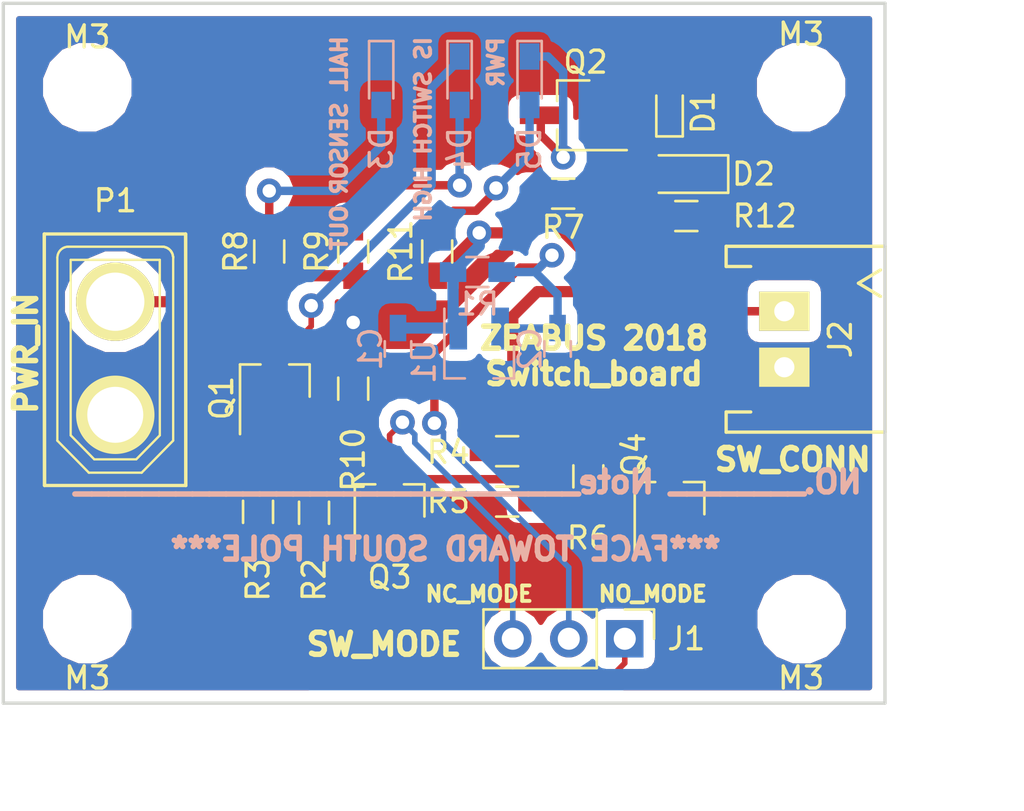
<source format=kicad_pcb>
(kicad_pcb (version 4) (host pcbnew 4.0.7)

  (general
    (links 44)
    (no_connects 0)
    (area 139.624999 107.874999 179.780001 139.775001)
    (thickness 1.6)
    (drawings 17)
    (tracks 155)
    (zones 0)
    (modules 31)
    (nets 17)
  )

  (page A4)
  (layers
    (0 F.Cu signal hide)
    (31 B.Cu signal hide)
    (32 B.Adhes user hide)
    (33 F.Adhes user hide)
    (34 B.Paste user)
    (35 F.Paste user)
    (36 B.SilkS user)
    (37 F.SilkS user)
    (38 B.Mask user hide)
    (39 F.Mask user hide)
    (40 Dwgs.User user hide)
    (41 Cmts.User user hide)
    (42 Eco1.User user hide)
    (43 Eco2.User user hide)
    (44 Edge.Cuts user)
    (45 Margin user)
    (46 B.CrtYd user hide)
    (47 F.CrtYd user hide)
    (48 B.Fab user hide)
    (49 F.Fab user hide)
  )

  (setup
    (last_trace_width 0.254)
    (user_trace_width 0.381)
    (user_trace_width 0.508)
    (trace_clearance 0.254)
    (zone_clearance 0.508)
    (zone_45_only no)
    (trace_min 0.254)
    (segment_width 0.2)
    (edge_width 0.15)
    (via_size 1.1176)
    (via_drill 0.6096)
    (via_min_size 1.1176)
    (via_min_drill 0.6096)
    (uvia_size 0.3)
    (uvia_drill 0.1)
    (uvias_allowed no)
    (uvia_min_size 0)
    (uvia_min_drill 0)
    (pcb_text_width 0.3)
    (pcb_text_size 1.5 1.5)
    (mod_edge_width 0.15)
    (mod_text_size 1 1)
    (mod_text_width 0.15)
    (pad_size 1.524 1.524)
    (pad_drill 0.762)
    (pad_to_mask_clearance 0.2)
    (aux_axis_origin 0 0)
    (grid_origin 139.7 107.823)
    (visible_elements 7FFFFFFF)
    (pcbplotparams
      (layerselection 0x00030_80000001)
      (usegerberextensions false)
      (excludeedgelayer true)
      (linewidth 0.100000)
      (plotframeref false)
      (viasonmask false)
      (mode 1)
      (useauxorigin false)
      (hpglpennumber 1)
      (hpglpenspeed 20)
      (hpglpendiameter 15)
      (hpglpenoverlay 2)
      (psnegative false)
      (psa4output false)
      (plotreference true)
      (plotvalue true)
      (plotinvisibletext false)
      (padsonsilk false)
      (subtractmaskfromsilk false)
      (outputformat 1)
      (mirror false)
      (drillshape 0)
      (scaleselection 1)
      (outputdirectory ""))
  )

  (net 0 "")
  (net 1 VCC)
  (net 2 GND)
  (net 3 "Net-(D1-Pad1)")
  (net 4 "Net-(J1-Pad1)")
  (net 5 "Net-(J1-Pad3)")
  (net 6 "Net-(Q1-Pad1)")
  (net 7 "Net-(Q2-Pad1)")
  (net 8 hall_sensor_out)
  (net 9 +switch)
  (net 10 "Net-(D3-Pad2)")
  (net 11 "Net-(D4-Pad1)")
  (net 12 "Net-(D4-Pad2)")
  (net 13 "Net-(D5-Pad1)")
  (net 14 "Net-(D5-Pad2)")
  (net 15 "Net-(Q3-Pad1)")
  (net 16 "Net-(Q4-Pad1)")

  (net_class Default "This is the default net class."
    (clearance 0.254)
    (trace_width 0.254)
    (via_dia 1.1176)
    (via_drill 0.6096)
    (uvia_dia 0.3)
    (uvia_drill 0.1)
    (add_net +switch)
    (add_net GND)
    (add_net "Net-(D1-Pad1)")
    (add_net "Net-(D3-Pad2)")
    (add_net "Net-(D4-Pad1)")
    (add_net "Net-(D4-Pad2)")
    (add_net "Net-(D5-Pad1)")
    (add_net "Net-(D5-Pad2)")
    (add_net "Net-(J1-Pad1)")
    (add_net "Net-(J1-Pad3)")
    (add_net "Net-(Q1-Pad1)")
    (add_net "Net-(Q2-Pad1)")
    (add_net "Net-(Q3-Pad1)")
    (add_net "Net-(Q4-Pad1)")
    (add_net VCC)
    (add_net hall_sensor_out)
  )

  (module Resistors_SMD:R_0603_HandSoldering (layer F.Cu) (tedit 58E0A804) (tstamp 5A8FF62C)
    (at 151.257 131.021 270)
    (descr "Resistor SMD 0603, hand soldering")
    (tags "resistor 0603")
    (path /5A8289F3)
    (attr smd)
    (fp_text reference R3 (at 3.091 0 270) (layer F.SilkS)
      (effects (font (size 1 1) (thickness 0.15)))
    )
    (fp_text value 1k (at 0 1.55 270) (layer F.Fab)
      (effects (font (size 1 1) (thickness 0.15)))
    )
    (fp_text user %R (at 0 0 270) (layer F.Fab)
      (effects (font (size 0.4 0.4) (thickness 0.075)))
    )
    (fp_line (start -0.8 0.4) (end -0.8 -0.4) (layer F.Fab) (width 0.1))
    (fp_line (start 0.8 0.4) (end -0.8 0.4) (layer F.Fab) (width 0.1))
    (fp_line (start 0.8 -0.4) (end 0.8 0.4) (layer F.Fab) (width 0.1))
    (fp_line (start -0.8 -0.4) (end 0.8 -0.4) (layer F.Fab) (width 0.1))
    (fp_line (start 0.5 0.68) (end -0.5 0.68) (layer F.SilkS) (width 0.12))
    (fp_line (start -0.5 -0.68) (end 0.5 -0.68) (layer F.SilkS) (width 0.12))
    (fp_line (start -1.96 -0.7) (end 1.95 -0.7) (layer F.CrtYd) (width 0.05))
    (fp_line (start -1.96 -0.7) (end -1.96 0.7) (layer F.CrtYd) (width 0.05))
    (fp_line (start 1.95 0.7) (end 1.95 -0.7) (layer F.CrtYd) (width 0.05))
    (fp_line (start 1.95 0.7) (end -1.96 0.7) (layer F.CrtYd) (width 0.05))
    (pad 1 smd rect (at -1.1 0 270) (size 1.2 0.9) (layers F.Cu F.Paste F.Mask)
      (net 4 "Net-(J1-Pad1)"))
    (pad 2 smd rect (at 1.1 0 270) (size 1.2 0.9) (layers F.Cu F.Paste F.Mask)
      (net 15 "Net-(Q3-Pad1)"))
    (model ${KISYS3DMOD}/Resistors_SMD.3dshapes/R_0603.wrl
      (at (xyz 0 0 0))
      (scale (xyz 1 1 1))
      (rotate (xyz 0 0 0))
    )
  )

  (module Capacitors_SMD:C_0603_HandSoldering (layer B.Cu) (tedit 58AA848B) (tstamp 5A8FF5C7)
    (at 157.607 123.632 270)
    (descr "Capacitor SMD 0603, hand soldering")
    (tags "capacitor 0603")
    (path /5A8266C7)
    (attr smd)
    (fp_text reference C1 (at 0 1.25 270) (layer B.SilkS)
      (effects (font (size 1 1) (thickness 0.15)) (justify mirror))
    )
    (fp_text value 1uF (at 0 -1.5 270) (layer B.Fab)
      (effects (font (size 1 1) (thickness 0.15)) (justify mirror))
    )
    (fp_text user %R (at 0 1.25 270) (layer B.Fab)
      (effects (font (size 1 1) (thickness 0.15)) (justify mirror))
    )
    (fp_line (start -0.8 -0.4) (end -0.8 0.4) (layer B.Fab) (width 0.1))
    (fp_line (start 0.8 -0.4) (end -0.8 -0.4) (layer B.Fab) (width 0.1))
    (fp_line (start 0.8 0.4) (end 0.8 -0.4) (layer B.Fab) (width 0.1))
    (fp_line (start -0.8 0.4) (end 0.8 0.4) (layer B.Fab) (width 0.1))
    (fp_line (start -0.35 0.6) (end 0.35 0.6) (layer B.SilkS) (width 0.12))
    (fp_line (start 0.35 -0.6) (end -0.35 -0.6) (layer B.SilkS) (width 0.12))
    (fp_line (start -1.8 0.65) (end 1.8 0.65) (layer B.CrtYd) (width 0.05))
    (fp_line (start -1.8 0.65) (end -1.8 -0.65) (layer B.CrtYd) (width 0.05))
    (fp_line (start 1.8 -0.65) (end 1.8 0.65) (layer B.CrtYd) (width 0.05))
    (fp_line (start 1.8 -0.65) (end -1.8 -0.65) (layer B.CrtYd) (width 0.05))
    (pad 1 smd rect (at -0.95 0 270) (size 1.2 0.75) (layers B.Cu B.Paste B.Mask)
      (net 1 VCC))
    (pad 2 smd rect (at 0.95 0 270) (size 1.2 0.75) (layers B.Cu B.Paste B.Mask)
      (net 2 GND))
    (model Capacitors_SMD.3dshapes/C_0603.wrl
      (at (xyz 0 0 0))
      (scale (xyz 1 1 1))
      (rotate (xyz 0 0 0))
    )
  )

  (module Capacitors_SMD:C_0603_HandSoldering (layer B.Cu) (tedit 58AA848B) (tstamp 5A8FF5CD)
    (at 164.846 123.632 270)
    (descr "Capacitor SMD 0603, hand soldering")
    (tags "capacitor 0603")
    (path /5A883823)
    (attr smd)
    (fp_text reference C2 (at 0 1.25 270) (layer B.SilkS)
      (effects (font (size 1 1) (thickness 0.15)) (justify mirror))
    )
    (fp_text value 0.1uF (at 0 -1.5 270) (layer B.Fab)
      (effects (font (size 1 1) (thickness 0.15)) (justify mirror))
    )
    (fp_text user %R (at 0 1.25 270) (layer B.Fab)
      (effects (font (size 1 1) (thickness 0.15)) (justify mirror))
    )
    (fp_line (start -0.8 -0.4) (end -0.8 0.4) (layer B.Fab) (width 0.1))
    (fp_line (start 0.8 -0.4) (end -0.8 -0.4) (layer B.Fab) (width 0.1))
    (fp_line (start 0.8 0.4) (end 0.8 -0.4) (layer B.Fab) (width 0.1))
    (fp_line (start -0.8 0.4) (end 0.8 0.4) (layer B.Fab) (width 0.1))
    (fp_line (start -0.35 0.6) (end 0.35 0.6) (layer B.SilkS) (width 0.12))
    (fp_line (start 0.35 -0.6) (end -0.35 -0.6) (layer B.SilkS) (width 0.12))
    (fp_line (start -1.8 0.65) (end 1.8 0.65) (layer B.CrtYd) (width 0.05))
    (fp_line (start -1.8 0.65) (end -1.8 -0.65) (layer B.CrtYd) (width 0.05))
    (fp_line (start 1.8 -0.65) (end 1.8 0.65) (layer B.CrtYd) (width 0.05))
    (fp_line (start 1.8 -0.65) (end -1.8 -0.65) (layer B.CrtYd) (width 0.05))
    (pad 1 smd rect (at -0.95 0 270) (size 1.2 0.75) (layers B.Cu B.Paste B.Mask)
      (net 8 hall_sensor_out))
    (pad 2 smd rect (at 0.95 0 270) (size 1.2 0.75) (layers B.Cu B.Paste B.Mask)
      (net 2 GND))
    (model Capacitors_SMD.3dshapes/C_0603.wrl
      (at (xyz 0 0 0))
      (scale (xyz 1 1 1))
      (rotate (xyz 0 0 0))
    )
  )

  (module Diodes_SMD:D_SOD-523 (layer F.Cu) (tedit 586419F0) (tstamp 5A8FF5D3)
    (at 169.926 112.838 90)
    (descr "http://www.diodes.com/datasheets/ap02001.pdf p.144")
    (tags "Diode SOD523")
    (path /5A89D38A)
    (attr smd)
    (fp_text reference D1 (at -0.065 1.524 90) (layer F.SilkS)
      (effects (font (size 1 1) (thickness 0.15)))
    )
    (fp_text value BZX585-C12 (at 0 1.4 90) (layer F.Fab)
      (effects (font (size 1 1) (thickness 0.15)))
    )
    (fp_text user %R (at 0 -1.3 90) (layer F.Fab)
      (effects (font (size 1 1) (thickness 0.15)))
    )
    (fp_line (start -1.15 -0.6) (end -1.15 0.6) (layer F.SilkS) (width 0.12))
    (fp_line (start 1.25 -0.7) (end 1.25 0.7) (layer F.CrtYd) (width 0.05))
    (fp_line (start -1.25 -0.7) (end 1.25 -0.7) (layer F.CrtYd) (width 0.05))
    (fp_line (start -1.25 0.7) (end -1.25 -0.7) (layer F.CrtYd) (width 0.05))
    (fp_line (start 1.25 0.7) (end -1.25 0.7) (layer F.CrtYd) (width 0.05))
    (fp_line (start 0.1 0) (end 0.25 0) (layer F.Fab) (width 0.1))
    (fp_line (start 0.1 -0.2) (end -0.2 0) (layer F.Fab) (width 0.1))
    (fp_line (start 0.1 0.2) (end 0.1 -0.2) (layer F.Fab) (width 0.1))
    (fp_line (start -0.2 0) (end 0.1 0.2) (layer F.Fab) (width 0.1))
    (fp_line (start -0.2 0) (end -0.35 0) (layer F.Fab) (width 0.1))
    (fp_line (start -0.2 0.2) (end -0.2 -0.2) (layer F.Fab) (width 0.1))
    (fp_line (start 0.65 -0.45) (end 0.65 0.45) (layer F.Fab) (width 0.1))
    (fp_line (start -0.65 -0.45) (end 0.65 -0.45) (layer F.Fab) (width 0.1))
    (fp_line (start -0.65 0.45) (end -0.65 -0.45) (layer F.Fab) (width 0.1))
    (fp_line (start 0.65 0.45) (end -0.65 0.45) (layer F.Fab) (width 0.1))
    (fp_line (start 0.7 -0.6) (end -1.15 -0.6) (layer F.SilkS) (width 0.12))
    (fp_line (start 0.7 0.6) (end -1.15 0.6) (layer F.SilkS) (width 0.12))
    (pad 2 smd rect (at 0.7 0 270) (size 0.6 0.7) (layers F.Cu F.Paste F.Mask)
      (net 2 GND))
    (pad 1 smd rect (at -0.7 0 270) (size 0.6 0.7) (layers F.Cu F.Paste F.Mask)
      (net 3 "Net-(D1-Pad1)"))
    (model ${KISYS3DMOD}/Diodes_SMD.3dshapes/D_SOD-523.wrl
      (at (xyz 0 0 0))
      (scale (xyz 1 1 1))
      (rotate (xyz 0 0 0))
    )
  )

  (module Diodes_SMD:D_SOD-323_HandSoldering (layer F.Cu) (tedit 58641869) (tstamp 5A8FF5D9)
    (at 170.688 115.697 180)
    (descr SOD-323)
    (tags SOD-323)
    (path /5A89F23A)
    (attr smd)
    (fp_text reference D2 (at -3.048 0 180) (layer F.SilkS)
      (effects (font (size 1 1) (thickness 0.15)))
    )
    (fp_text value 1PS76SB10 (at 0.1 1.9 180) (layer F.Fab)
      (effects (font (size 1 1) (thickness 0.15)))
    )
    (fp_text user %R (at 0 -1.85 180) (layer F.Fab)
      (effects (font (size 1 1) (thickness 0.15)))
    )
    (fp_line (start -1.9 -0.85) (end -1.9 0.85) (layer F.SilkS) (width 0.12))
    (fp_line (start 0.2 0) (end 0.45 0) (layer F.Fab) (width 0.1))
    (fp_line (start 0.2 0.35) (end -0.3 0) (layer F.Fab) (width 0.1))
    (fp_line (start 0.2 -0.35) (end 0.2 0.35) (layer F.Fab) (width 0.1))
    (fp_line (start -0.3 0) (end 0.2 -0.35) (layer F.Fab) (width 0.1))
    (fp_line (start -0.3 0) (end -0.5 0) (layer F.Fab) (width 0.1))
    (fp_line (start -0.3 -0.35) (end -0.3 0.35) (layer F.Fab) (width 0.1))
    (fp_line (start -0.9 0.7) (end -0.9 -0.7) (layer F.Fab) (width 0.1))
    (fp_line (start 0.9 0.7) (end -0.9 0.7) (layer F.Fab) (width 0.1))
    (fp_line (start 0.9 -0.7) (end 0.9 0.7) (layer F.Fab) (width 0.1))
    (fp_line (start -0.9 -0.7) (end 0.9 -0.7) (layer F.Fab) (width 0.1))
    (fp_line (start -2 -0.95) (end 2 -0.95) (layer F.CrtYd) (width 0.05))
    (fp_line (start 2 -0.95) (end 2 0.95) (layer F.CrtYd) (width 0.05))
    (fp_line (start -2 0.95) (end 2 0.95) (layer F.CrtYd) (width 0.05))
    (fp_line (start -2 -0.95) (end -2 0.95) (layer F.CrtYd) (width 0.05))
    (fp_line (start -1.9 0.85) (end 1.25 0.85) (layer F.SilkS) (width 0.12))
    (fp_line (start -1.9 -0.85) (end 1.25 -0.85) (layer F.SilkS) (width 0.12))
    (pad 1 smd rect (at -1.25 0 180) (size 1 1) (layers F.Cu F.Paste F.Mask)
      (net 9 +switch))
    (pad 2 smd rect (at 1.25 0 180) (size 1 1) (layers F.Cu F.Paste F.Mask)
      (net 3 "Net-(D1-Pad1)"))
    (model ${KISYS3DMOD}/Diodes_SMD.3dshapes/D_SOD-323.wrl
      (at (xyz 0 0 0))
      (scale (xyz 1 1 1))
      (rotate (xyz 0 0 0))
    )
  )

  (module LEDs:LED_0603_HandSoldering (layer B.Cu) (tedit 595FC9C0) (tstamp 5A8FF5DF)
    (at 156.845 111.463 270)
    (descr "LED SMD 0603, hand soldering")
    (tags "LED 0603")
    (path /5A909A38)
    (attr smd)
    (fp_text reference D3 (at 3.091 0 270) (layer B.SilkS)
      (effects (font (size 1 1) (thickness 0.15)) (justify mirror))
    )
    (fp_text value LED_PWR (at 0 -1.55 270) (layer B.Fab)
      (effects (font (size 1 1) (thickness 0.15)) (justify mirror))
    )
    (fp_line (start -1.8 0.55) (end -1.8 -0.55) (layer B.SilkS) (width 0.12))
    (fp_line (start -0.2 0.2) (end -0.2 -0.2) (layer B.Fab) (width 0.1))
    (fp_line (start -0.15 0) (end 0.15 0.2) (layer B.Fab) (width 0.1))
    (fp_line (start 0.15 -0.2) (end -0.15 0) (layer B.Fab) (width 0.1))
    (fp_line (start 0.15 0.2) (end 0.15 -0.2) (layer B.Fab) (width 0.1))
    (fp_line (start 0.8 -0.4) (end -0.8 -0.4) (layer B.Fab) (width 0.1))
    (fp_line (start 0.8 0.4) (end 0.8 -0.4) (layer B.Fab) (width 0.1))
    (fp_line (start -0.8 0.4) (end 0.8 0.4) (layer B.Fab) (width 0.1))
    (fp_line (start -1.8 -0.55) (end 0.8 -0.55) (layer B.SilkS) (width 0.12))
    (fp_line (start -1.8 0.55) (end 0.8 0.55) (layer B.SilkS) (width 0.12))
    (fp_line (start -1.96 0.7) (end 1.95 0.7) (layer B.CrtYd) (width 0.05))
    (fp_line (start -1.96 0.7) (end -1.96 -0.7) (layer B.CrtYd) (width 0.05))
    (fp_line (start 1.95 -0.7) (end 1.95 0.7) (layer B.CrtYd) (width 0.05))
    (fp_line (start 1.95 -0.7) (end -1.96 -0.7) (layer B.CrtYd) (width 0.05))
    (fp_line (start -0.8 0.4) (end -0.8 -0.4) (layer B.Fab) (width 0.1))
    (pad 1 smd rect (at -1.1 0 270) (size 1.2 0.9) (layers B.Cu B.Paste B.Mask)
      (net 2 GND))
    (pad 2 smd rect (at 1.1 0 270) (size 1.2 0.9) (layers B.Cu B.Paste B.Mask)
      (net 10 "Net-(D3-Pad2)"))
    (model ${KISYS3DMOD}/LEDs.3dshapes/LED_0603.wrl
      (at (xyz 0 0 0))
      (scale (xyz 1 1 1))
      (rotate (xyz 0 0 180))
    )
  )

  (module LEDs:LED_0603_HandSoldering (layer B.Cu) (tedit 595FC9C0) (tstamp 5A8FF5E5)
    (at 160.401 111.463 270)
    (descr "LED SMD 0603, hand soldering")
    (tags "LED 0603")
    (path /5A916BC6)
    (attr smd)
    (fp_text reference D4 (at 3.091 0 270) (layer B.SilkS)
      (effects (font (size 1 1) (thickness 0.15)) (justify mirror))
    )
    (fp_text value LED_HALL_SENSOR_OUT (at 0 -1.55 270) (layer B.Fab)
      (effects (font (size 1 1) (thickness 0.15)) (justify mirror))
    )
    (fp_line (start -1.8 0.55) (end -1.8 -0.55) (layer B.SilkS) (width 0.12))
    (fp_line (start -0.2 0.2) (end -0.2 -0.2) (layer B.Fab) (width 0.1))
    (fp_line (start -0.15 0) (end 0.15 0.2) (layer B.Fab) (width 0.1))
    (fp_line (start 0.15 -0.2) (end -0.15 0) (layer B.Fab) (width 0.1))
    (fp_line (start 0.15 0.2) (end 0.15 -0.2) (layer B.Fab) (width 0.1))
    (fp_line (start 0.8 -0.4) (end -0.8 -0.4) (layer B.Fab) (width 0.1))
    (fp_line (start 0.8 0.4) (end 0.8 -0.4) (layer B.Fab) (width 0.1))
    (fp_line (start -0.8 0.4) (end 0.8 0.4) (layer B.Fab) (width 0.1))
    (fp_line (start -1.8 -0.55) (end 0.8 -0.55) (layer B.SilkS) (width 0.12))
    (fp_line (start -1.8 0.55) (end 0.8 0.55) (layer B.SilkS) (width 0.12))
    (fp_line (start -1.96 0.7) (end 1.95 0.7) (layer B.CrtYd) (width 0.05))
    (fp_line (start -1.96 0.7) (end -1.96 -0.7) (layer B.CrtYd) (width 0.05))
    (fp_line (start 1.95 -0.7) (end 1.95 0.7) (layer B.CrtYd) (width 0.05))
    (fp_line (start 1.95 -0.7) (end -1.96 -0.7) (layer B.CrtYd) (width 0.05))
    (fp_line (start -0.8 0.4) (end -0.8 -0.4) (layer B.Fab) (width 0.1))
    (pad 1 smd rect (at -1.1 0 270) (size 1.2 0.9) (layers B.Cu B.Paste B.Mask)
      (net 11 "Net-(D4-Pad1)"))
    (pad 2 smd rect (at 1.1 0 270) (size 1.2 0.9) (layers B.Cu B.Paste B.Mask)
      (net 12 "Net-(D4-Pad2)"))
    (model ${KISYS3DMOD}/LEDs.3dshapes/LED_0603.wrl
      (at (xyz 0 0 0))
      (scale (xyz 1 1 1))
      (rotate (xyz 0 0 180))
    )
  )

  (module LEDs:LED_0603_HandSoldering (layer B.Cu) (tedit 595FC9C0) (tstamp 5A8FF5EB)
    (at 163.576 111.463 270)
    (descr "LED SMD 0603, hand soldering")
    (tags "LED 0603")
    (path /5A932A6D)
    (attr smd)
    (fp_text reference D5 (at 3.091 0 270) (layer B.SilkS)
      (effects (font (size 1 1) (thickness 0.15)) (justify mirror))
    )
    (fp_text value LED_IS_SWITCH_HIGH (at -5.123 -1.778 270) (layer B.Fab)
      (effects (font (size 1 1) (thickness 0.15)) (justify mirror))
    )
    (fp_line (start -1.8 0.55) (end -1.8 -0.55) (layer B.SilkS) (width 0.12))
    (fp_line (start -0.2 0.2) (end -0.2 -0.2) (layer B.Fab) (width 0.1))
    (fp_line (start -0.15 0) (end 0.15 0.2) (layer B.Fab) (width 0.1))
    (fp_line (start 0.15 -0.2) (end -0.15 0) (layer B.Fab) (width 0.1))
    (fp_line (start 0.15 0.2) (end 0.15 -0.2) (layer B.Fab) (width 0.1))
    (fp_line (start 0.8 -0.4) (end -0.8 -0.4) (layer B.Fab) (width 0.1))
    (fp_line (start 0.8 0.4) (end 0.8 -0.4) (layer B.Fab) (width 0.1))
    (fp_line (start -0.8 0.4) (end 0.8 0.4) (layer B.Fab) (width 0.1))
    (fp_line (start -1.8 -0.55) (end 0.8 -0.55) (layer B.SilkS) (width 0.12))
    (fp_line (start -1.8 0.55) (end 0.8 0.55) (layer B.SilkS) (width 0.12))
    (fp_line (start -1.96 0.7) (end 1.95 0.7) (layer B.CrtYd) (width 0.05))
    (fp_line (start -1.96 0.7) (end -1.96 -0.7) (layer B.CrtYd) (width 0.05))
    (fp_line (start 1.95 -0.7) (end 1.95 0.7) (layer B.CrtYd) (width 0.05))
    (fp_line (start 1.95 -0.7) (end -1.96 -0.7) (layer B.CrtYd) (width 0.05))
    (fp_line (start -0.8 0.4) (end -0.8 -0.4) (layer B.Fab) (width 0.1))
    (pad 1 smd rect (at -1.1 0 270) (size 1.2 0.9) (layers B.Cu B.Paste B.Mask)
      (net 13 "Net-(D5-Pad1)"))
    (pad 2 smd rect (at 1.1 0 270) (size 1.2 0.9) (layers B.Cu B.Paste B.Mask)
      (net 14 "Net-(D5-Pad2)"))
    (model ${KISYS3DMOD}/LEDs.3dshapes/LED_0603.wrl
      (at (xyz 0 0 0))
      (scale (xyz 1 1 1))
      (rotate (xyz 0 0 180))
    )
  )

  (module Pin_Headers:Pin_Header_Straight_1x03_Pitch2.54mm (layer F.Cu) (tedit 59650532) (tstamp 5A8FF5F2)
    (at 167.894 136.779 270)
    (descr "Through hole straight pin header, 1x03, 2.54mm pitch, single row")
    (tags "Through hole pin header THT 1x03 2.54mm single row")
    (path /5A82740B)
    (fp_text reference J1 (at 0 -2.794 360) (layer F.SilkS)
      (effects (font (size 1 1) (thickness 0.15)))
    )
    (fp_text value switch_mode (at 0 7.41 270) (layer F.Fab)
      (effects (font (size 1 1) (thickness 0.15)))
    )
    (fp_line (start -0.635 -1.27) (end 1.27 -1.27) (layer F.Fab) (width 0.1))
    (fp_line (start 1.27 -1.27) (end 1.27 6.35) (layer F.Fab) (width 0.1))
    (fp_line (start 1.27 6.35) (end -1.27 6.35) (layer F.Fab) (width 0.1))
    (fp_line (start -1.27 6.35) (end -1.27 -0.635) (layer F.Fab) (width 0.1))
    (fp_line (start -1.27 -0.635) (end -0.635 -1.27) (layer F.Fab) (width 0.1))
    (fp_line (start -1.33 6.41) (end 1.33 6.41) (layer F.SilkS) (width 0.12))
    (fp_line (start -1.33 1.27) (end -1.33 6.41) (layer F.SilkS) (width 0.12))
    (fp_line (start 1.33 1.27) (end 1.33 6.41) (layer F.SilkS) (width 0.12))
    (fp_line (start -1.33 1.27) (end 1.33 1.27) (layer F.SilkS) (width 0.12))
    (fp_line (start -1.33 0) (end -1.33 -1.33) (layer F.SilkS) (width 0.12))
    (fp_line (start -1.33 -1.33) (end 0 -1.33) (layer F.SilkS) (width 0.12))
    (fp_line (start -1.8 -1.8) (end -1.8 6.85) (layer F.CrtYd) (width 0.05))
    (fp_line (start -1.8 6.85) (end 1.8 6.85) (layer F.CrtYd) (width 0.05))
    (fp_line (start 1.8 6.85) (end 1.8 -1.8) (layer F.CrtYd) (width 0.05))
    (fp_line (start 1.8 -1.8) (end -1.8 -1.8) (layer F.CrtYd) (width 0.05))
    (fp_text user %R (at 0 2.54 360) (layer F.Fab)
      (effects (font (size 1 1) (thickness 0.15)))
    )
    (pad 1 thru_hole rect (at 0 0 270) (size 1.7 1.7) (drill 1) (layers *.Cu *.Mask)
      (net 4 "Net-(J1-Pad1)"))
    (pad 2 thru_hole oval (at 0 2.54 270) (size 1.7 1.7) (drill 1) (layers *.Cu *.Mask)
      (net 8 hall_sensor_out))
    (pad 3 thru_hole oval (at 0 5.08 270) (size 1.7 1.7) (drill 1) (layers *.Cu *.Mask)
      (net 5 "Net-(J1-Pad3)"))
    (model ${KISYS3DMOD}/Pin_Headers.3dshapes/Pin_Header_Straight_1x03_Pitch2.54mm.wrl
      (at (xyz 0 0 0))
      (scale (xyz 1 1 1))
      (rotate (xyz 0 0 0))
    )
  )

  (module zeabus:90136-1202 (layer F.Cu) (tedit 5A81B233) (tstamp 5A8FF5F8)
    (at 175.133 123.19 270)
    (path /5A82779E)
    (fp_text reference J2 (at 0 -2.54 270) (layer F.SilkS)
      (effects (font (size 1 1) (thickness 0.15)))
    )
    (fp_text value switch (at 0 -5.7 270) (layer F.SilkS) hide
      (effects (font (size 1 1) (thickness 0.15)))
    )
    (fp_line (start 3.3 2.64) (end 3.3 1.524) (layer F.SilkS) (width 0.15))
    (fp_line (start -3.3 2.64) (end -3.3 1.524) (layer F.SilkS) (width 0.15))
    (fp_line (start -4.215 2.64) (end -4.215 -4.57) (layer F.SilkS) (width 0.1524))
    (fp_line (start 4.215 2.64) (end 3.3 2.64) (layer F.SilkS) (width 0.1524))
    (fp_line (start -2.5419 -3.3626) (end -3.1419 -4.3626) (layer F.SilkS) (width 0.15))
    (fp_line (start -2.5419 -3.3626) (end -1.9419 -4.3626) (layer F.SilkS) (width 0.15))
    (fp_line (start -4.215 2.64) (end -3.3 2.64) (layer F.SilkS) (width 0.1524))
    (fp_line (start 4.215 -4.57) (end -4.215 -4.57) (layer F.SilkS) (width 0.1524))
    (fp_line (start 4.215 2.64) (end 4.215 -4.57) (layer F.SilkS) (width 0.1524))
    (pad 2 thru_hole rect (at 1.27 0 270) (size 1.778 2.286) (drill 0.9144) (layers *.Cu *.Mask F.SilkS)
      (net 2 GND))
    (pad 1 thru_hole rect (at -1.27 0 270) (size 1.778 2.286) (drill 0.9144) (layers *.Cu *.Mask F.SilkS)
      (net 9 +switch))
  )

  (module zeabus:XT30 (layer F.Cu) (tedit 554B4E7B) (tstamp 5A8FF5FE)
    (at 144.78 123.825 180)
    (path /5A826541)
    (fp_text reference P1 (at 0 6.92 180) (layer F.SilkS)
      (effects (font (size 1 1) (thickness 0.15)))
    )
    (fp_text value XT30 (at 0 -8.84 180) (layer F.Fab)
      (effects (font (size 1 1) (thickness 0.15)))
    )
    (fp_line (start -3.19 5.41) (end 3.22 5.41) (layer F.SilkS) (width 0.15))
    (fp_line (start -3.19 5.41) (end -3.2 -6) (layer F.SilkS) (width 0.15))
    (fp_line (start -2.12382 4.8331) (end 2.12618 4.8331) (layer F.SilkS) (width 0.1))
    (fp_line (start 2.62618 4.3331) (end 2.62618 -3.958717) (layer F.SilkS) (width 0.1))
    (fp_line (start 2.620445 -3.972736) (end 1.207058 -5.410919) (layer F.SilkS) (width 0.1))
    (fp_line (start 1.192794 -5.4169) (end -1.190434 -5.4169) (layer F.SilkS) (width 0.1))
    (fp_line (start -1.204698 -5.410919) (end -2.618085 -3.972736) (layer F.SilkS) (width 0.1))
    (fp_line (start -2.62382 -3.958717) (end -2.62382 4.3331) (layer F.SilkS) (width 0.1))
    (fp_arc (start 2.60618 -3.958717) (end 2.62618 -3.958717) (angle -44.50178839) (layer F.SilkS) (width 0.1))
    (fp_arc (start 1.192794 -5.3969) (end 1.207058 -5.410919) (angle -45.49821161) (layer F.SilkS) (width 0.1))
    (fp_arc (start -1.190434 -5.3969) (end -1.190434 -5.4169) (angle -45.49821161) (layer F.SilkS) (width 0.1))
    (fp_arc (start -2.12382 4.3331) (end -2.62382 4.3331) (angle -90) (layer F.SilkS) (width 0.1))
    (fp_line (start 0.94959 -4.8169) (end -0.94723 -4.8169) (layer F.SilkS) (width 0.1))
    (fp_line (start 2.02618 4.2331) (end 2.02618 -3.721423) (layer F.SilkS) (width 0.1))
    (fp_line (start -0.94723 -4.8169) (end -2.02382 -3.721423) (layer F.SilkS) (width 0.1))
    (fp_line (start -2.02382 4.2331) (end -2.02382 1.379321) (layer F.SilkS) (width 0.1))
    (fp_line (start -2.02382 -3.71324) (end -2.02382 4.2131) (layer F.SilkS) (width 0.1))
    (fp_line (start 0.94959 -4.8169) (end 2.02618 -3.721423) (layer F.SilkS) (width 0.1))
    (fp_line (start 2.02618 4.2331) (end -2.02382 4.2331) (layer F.SilkS) (width 0.1))
    (fp_arc (start 0.00118 -2.7919) (end 1.00118 -2.7919) (angle -29.95849594) (layer F.SilkS) (width 0.1))
    (fp_arc (start 0.00118 -2.7919) (end -0.864845 -3.2919) (angle -30) (layer F.SilkS) (width 0.1))
    (fp_arc (start 0.00118 2.3351) (end 1.00118 2.3351) (angle -180) (layer F.SilkS) (width 0.1))
    (fp_arc (start 0.00118 2.3351) (end -0.99882 2.3351) (angle -29.95849594) (layer F.SilkS) (width 0.1))
    (fp_arc (start 0.00118 2.3351) (end 0.867205 2.8351) (angle -30) (layer F.SilkS) (width 0.1))
    (fp_arc (start 0.00118 -2.7919) (end -0.99882 -2.7919) (angle -180) (layer F.SilkS) (width 0.1))
    (fp_arc (start 0.00118 -2.7919) (end 0.867205 -3.2919) (angle -120) (layer F.SilkS) (width 0.1))
    (fp_arc (start 0.00118 2.3351) (end -0.864845 2.8351) (angle -120) (layer F.SilkS) (width 0.1))
    (fp_arc (start 2.12618 4.3331) (end 2.12618 4.8331) (angle -90) (layer F.SilkS) (width 0.1))
    (fp_arc (start -2.12382 4.3331) (end -2.62382 4.3331) (angle -90) (layer F.SilkS) (width 0.1))
    (fp_arc (start -2.12382 4.3331) (end -2.62382 4.3331) (angle -90) (layer F.SilkS) (width 0.1))
    (fp_arc (start -2.60382 -3.958717) (end -2.618085 -3.972736) (angle -44.50178839) (layer F.SilkS) (width 0.1))
    (fp_arc (start -1.190434 -5.3969) (end -1.190434 -5.4169) (angle -45.49821161) (layer F.SilkS) (width 0.1))
    (fp_arc (start 1.192794 -5.3969) (end 1.207058 -5.410919) (angle -45.49821161) (layer F.SilkS) (width 0.1))
    (fp_arc (start 2.60618 -3.958717) (end 2.62618 -3.958717) (angle -44.50178839) (layer F.SilkS) (width 0.1))
    (fp_arc (start 0.00118 2.3351) (end 1.00118 2.3351) (angle -180) (layer F.SilkS) (width 0.1))
    (fp_arc (start 0.00118 2.3351) (end -0.99882 2.3351) (angle -29.95849594) (layer F.SilkS) (width 0.1))
    (fp_arc (start 0.00118 2.3351) (end 0.867205 2.8351) (angle -30) (layer F.SilkS) (width 0.1))
    (fp_arc (start 0.00118 -2.7919) (end -0.99882 -2.7919) (angle -180) (layer F.SilkS) (width 0.1))
    (fp_arc (start 0.00118 -2.7919) (end 0.867205 -3.2919) (angle -120) (layer F.SilkS) (width 0.1))
    (fp_arc (start 0.00118 2.3351) (end -0.864845 2.8351) (angle -120) (layer F.SilkS) (width 0.1))
    (fp_arc (start 2.12618 4.3331) (end 2.12618 4.8331) (angle -90) (layer F.SilkS) (width 0.1))
    (fp_arc (start -2.12382 4.3331) (end -2.62382 4.3331) (angle -90) (layer F.SilkS) (width 0.1))
    (fp_arc (start -2.12382 4.3331) (end -2.62382 4.3331) (angle -90) (layer F.SilkS) (width 0.1))
    (fp_arc (start -2.60382 -3.958717) (end -2.618085 -3.972736) (angle -44.50178839) (layer F.SilkS) (width 0.1))
    (fp_arc (start -1.190434 -5.3969) (end -1.190434 -5.4169) (angle -45.49821161) (layer F.SilkS) (width 0.1))
    (fp_arc (start 1.192794 -5.3969) (end 1.207058 -5.410919) (angle -45.49821161) (layer F.SilkS) (width 0.1))
    (fp_arc (start 2.60618 -3.958717) (end 2.62618 -3.958717) (angle -44.50178839) (layer F.SilkS) (width 0.1))
    (fp_line (start -2.12382 4.8331) (end 2.12618 4.8331) (layer F.SilkS) (width 0.1))
    (fp_line (start 2.62618 4.3331) (end 2.62618 -3.958717) (layer F.SilkS) (width 0.1))
    (fp_line (start 2.620445 -3.972736) (end 1.207058 -5.410919) (layer F.SilkS) (width 0.1))
    (fp_line (start 1.192794 -5.4169) (end -1.190434 -5.4169) (layer F.SilkS) (width 0.1))
    (fp_line (start -1.204698 -5.410919) (end -2.618085 -3.972736) (layer F.SilkS) (width 0.1))
    (fp_line (start -2.62382 -3.958717) (end -2.62382 4.3331) (layer F.SilkS) (width 0.1))
    (fp_arc (start 2.60618 -3.958717) (end 2.62618 -3.958717) (angle -44.50178839) (layer F.SilkS) (width 0.1))
    (fp_arc (start 1.192794 -5.3969) (end 1.207058 -5.410919) (angle -45.49821161) (layer F.SilkS) (width 0.1))
    (fp_arc (start -1.190434 -5.3969) (end -1.190434 -5.4169) (angle -45.49821161) (layer F.SilkS) (width 0.1))
    (fp_arc (start -2.12382 4.3331) (end -2.62382 4.3331) (angle -90) (layer F.SilkS) (width 0.1))
    (fp_line (start 0.94959 -4.8169) (end -0.94723 -4.8169) (layer F.SilkS) (width 0.1))
    (fp_line (start 2.02618 4.2331) (end 2.02618 -3.721423) (layer F.SilkS) (width 0.1))
    (fp_line (start -0.94723 -4.8169) (end -2.02382 -3.721423) (layer F.SilkS) (width 0.1))
    (fp_line (start -2.02382 4.2331) (end -2.02382 1.379321) (layer F.SilkS) (width 0.1))
    (fp_line (start -2.02382 -3.71324) (end -2.02382 4.2131) (layer F.SilkS) (width 0.1))
    (fp_line (start 0.94959 -4.8169) (end 2.02618 -3.721423) (layer F.SilkS) (width 0.1))
    (fp_line (start 2.02618 4.2331) (end -2.02382 4.2331) (layer F.SilkS) (width 0.1))
    (fp_arc (start 0.00118 -2.7919) (end 1.00118 -2.7919) (angle -29.95849594) (layer F.SilkS) (width 0.1))
    (fp_arc (start 0.00118 -2.7919) (end -0.864845 -3.2919) (angle -30) (layer F.SilkS) (width 0.1))
    (fp_line (start -3.19 5.41) (end -3.2 -6) (layer F.SilkS) (width 0.15))
    (fp_line (start 3.22 5.41) (end 3.21 -6) (layer F.SilkS) (width 0.15))
    (fp_line (start 3.22 5.41) (end 3.21 -6) (layer F.SilkS) (width 0.15))
    (fp_line (start -3.2 -6) (end 3.21 -6) (layer F.SilkS) (width 0.15))
    (pad 2 thru_hole circle (at 0 -2.794 180) (size 3.556 3.556) (drill 2.54) (layers *.Cu *.Mask F.SilkS)
      (net 2 GND))
    (pad 1 thru_hole circle (at 0 2.3368 180) (size 3.556 3.556) (drill 2.6416) (layers *.Cu *.Mask F.SilkS)
      (net 1 VCC))
  )

  (module Resistors_SMD:R_0603_HandSoldering (layer B.Cu) (tedit 58E0A804) (tstamp 5A8FF620)
    (at 161.206 120.142)
    (descr "Resistor SMD 0603, hand soldering")
    (tags "resistor 0603")
    (path /5A826B45)
    (attr smd)
    (fp_text reference R1 (at 0 1.45) (layer B.SilkS)
      (effects (font (size 1 1) (thickness 0.15)) (justify mirror))
    )
    (fp_text value 10k (at 0 -1.55) (layer B.Fab)
      (effects (font (size 1 1) (thickness 0.15)) (justify mirror))
    )
    (fp_text user %R (at 0 0) (layer B.Fab)
      (effects (font (size 0.4 0.4) (thickness 0.075)) (justify mirror))
    )
    (fp_line (start -0.8 -0.4) (end -0.8 0.4) (layer B.Fab) (width 0.1))
    (fp_line (start 0.8 -0.4) (end -0.8 -0.4) (layer B.Fab) (width 0.1))
    (fp_line (start 0.8 0.4) (end 0.8 -0.4) (layer B.Fab) (width 0.1))
    (fp_line (start -0.8 0.4) (end 0.8 0.4) (layer B.Fab) (width 0.1))
    (fp_line (start 0.5 -0.68) (end -0.5 -0.68) (layer B.SilkS) (width 0.12))
    (fp_line (start -0.5 0.68) (end 0.5 0.68) (layer B.SilkS) (width 0.12))
    (fp_line (start -1.96 0.7) (end 1.95 0.7) (layer B.CrtYd) (width 0.05))
    (fp_line (start -1.96 0.7) (end -1.96 -0.7) (layer B.CrtYd) (width 0.05))
    (fp_line (start 1.95 -0.7) (end 1.95 0.7) (layer B.CrtYd) (width 0.05))
    (fp_line (start 1.95 -0.7) (end -1.96 -0.7) (layer B.CrtYd) (width 0.05))
    (pad 1 smd rect (at -1.1 0) (size 1.2 0.9) (layers B.Cu B.Paste B.Mask)
      (net 1 VCC))
    (pad 2 smd rect (at 1.1 0) (size 1.2 0.9) (layers B.Cu B.Paste B.Mask)
      (net 8 hall_sensor_out))
    (model ${KISYS3DMOD}/Resistors_SMD.3dshapes/R_0603.wrl
      (at (xyz 0 0 0))
      (scale (xyz 1 1 1))
      (rotate (xyz 0 0 0))
    )
  )

  (module Resistors_SMD:R_0603_HandSoldering (layer F.Cu) (tedit 58E0A804) (tstamp 5A8FF626)
    (at 153.797 131.064 270)
    (descr "Resistor SMD 0603, hand soldering")
    (tags "resistor 0603")
    (path /5A82867B)
    (attr smd)
    (fp_text reference R2 (at 3.048 0 270) (layer F.SilkS)
      (effects (font (size 1 1) (thickness 0.15)))
    )
    (fp_text value 1M (at 0 1.55 270) (layer F.Fab)
      (effects (font (size 1 1) (thickness 0.15)))
    )
    (fp_text user %R (at 0 0 270) (layer F.Fab)
      (effects (font (size 0.4 0.4) (thickness 0.075)))
    )
    (fp_line (start -0.8 0.4) (end -0.8 -0.4) (layer F.Fab) (width 0.1))
    (fp_line (start 0.8 0.4) (end -0.8 0.4) (layer F.Fab) (width 0.1))
    (fp_line (start 0.8 -0.4) (end 0.8 0.4) (layer F.Fab) (width 0.1))
    (fp_line (start -0.8 -0.4) (end 0.8 -0.4) (layer F.Fab) (width 0.1))
    (fp_line (start 0.5 0.68) (end -0.5 0.68) (layer F.SilkS) (width 0.12))
    (fp_line (start -0.5 -0.68) (end 0.5 -0.68) (layer F.SilkS) (width 0.12))
    (fp_line (start -1.96 -0.7) (end 1.95 -0.7) (layer F.CrtYd) (width 0.05))
    (fp_line (start -1.96 -0.7) (end -1.96 0.7) (layer F.CrtYd) (width 0.05))
    (fp_line (start 1.95 0.7) (end 1.95 -0.7) (layer F.CrtYd) (width 0.05))
    (fp_line (start 1.95 0.7) (end -1.96 0.7) (layer F.CrtYd) (width 0.05))
    (pad 1 smd rect (at -1.1 0 270) (size 1.2 0.9) (layers F.Cu F.Paste F.Mask)
      (net 4 "Net-(J1-Pad1)"))
    (pad 2 smd rect (at 1.1 0 270) (size 1.2 0.9) (layers F.Cu F.Paste F.Mask)
      (net 2 GND))
    (model ${KISYS3DMOD}/Resistors_SMD.3dshapes/R_0603.wrl
      (at (xyz 0 0 0))
      (scale (xyz 1 1 1))
      (rotate (xyz 0 0 0))
    )
  )

  (module Resistors_SMD:R_0603_HandSoldering (layer F.Cu) (tedit 58E0A804) (tstamp 5A8FF632)
    (at 162.56 128.27)
    (descr "Resistor SMD 0603, hand soldering")
    (tags "resistor 0603")
    (path /5A8DFC36)
    (attr smd)
    (fp_text reference R4 (at -2.667 0.0508) (layer F.SilkS)
      (effects (font (size 1 1) (thickness 0.15)))
    )
    (fp_text value 10k (at 0 1.55) (layer F.Fab)
      (effects (font (size 1 1) (thickness 0.15)))
    )
    (fp_text user %R (at 0 0) (layer F.Fab)
      (effects (font (size 0.4 0.4) (thickness 0.075)))
    )
    (fp_line (start -0.8 0.4) (end -0.8 -0.4) (layer F.Fab) (width 0.1))
    (fp_line (start 0.8 0.4) (end -0.8 0.4) (layer F.Fab) (width 0.1))
    (fp_line (start 0.8 -0.4) (end 0.8 0.4) (layer F.Fab) (width 0.1))
    (fp_line (start -0.8 -0.4) (end 0.8 -0.4) (layer F.Fab) (width 0.1))
    (fp_line (start 0.5 0.68) (end -0.5 0.68) (layer F.SilkS) (width 0.12))
    (fp_line (start -0.5 -0.68) (end 0.5 -0.68) (layer F.SilkS) (width 0.12))
    (fp_line (start -1.96 -0.7) (end 1.95 -0.7) (layer F.CrtYd) (width 0.05))
    (fp_line (start -1.96 -0.7) (end -1.96 0.7) (layer F.CrtYd) (width 0.05))
    (fp_line (start 1.95 0.7) (end 1.95 -0.7) (layer F.CrtYd) (width 0.05))
    (fp_line (start 1.95 0.7) (end -1.96 0.7) (layer F.CrtYd) (width 0.05))
    (pad 1 smd rect (at -1.1 0) (size 1.2 0.9) (layers F.Cu F.Paste F.Mask)
      (net 1 VCC))
    (pad 2 smd rect (at 1.1 0) (size 1.2 0.9) (layers F.Cu F.Paste F.Mask)
      (net 5 "Net-(J1-Pad3)"))
    (model ${KISYS3DMOD}/Resistors_SMD.3dshapes/R_0603.wrl
      (at (xyz 0 0 0))
      (scale (xyz 1 1 1))
      (rotate (xyz 0 0 0))
    )
  )

  (module Resistors_SMD:R_0603_HandSoldering (layer F.Cu) (tedit 58E0A804) (tstamp 5A8FF638)
    (at 162.56 130.556 180)
    (descr "Resistor SMD 0603, hand soldering")
    (tags "resistor 0603")
    (path /5A8DDCD9)
    (attr smd)
    (fp_text reference R5 (at 2.667 0 180) (layer F.SilkS)
      (effects (font (size 1 1) (thickness 0.15)))
    )
    (fp_text value 1M (at 0 1.55 180) (layer F.Fab)
      (effects (font (size 1 1) (thickness 0.15)))
    )
    (fp_text user %R (at 0 0 180) (layer F.Fab)
      (effects (font (size 0.4 0.4) (thickness 0.075)))
    )
    (fp_line (start -0.8 0.4) (end -0.8 -0.4) (layer F.Fab) (width 0.1))
    (fp_line (start 0.8 0.4) (end -0.8 0.4) (layer F.Fab) (width 0.1))
    (fp_line (start 0.8 -0.4) (end 0.8 0.4) (layer F.Fab) (width 0.1))
    (fp_line (start -0.8 -0.4) (end 0.8 -0.4) (layer F.Fab) (width 0.1))
    (fp_line (start 0.5 0.68) (end -0.5 0.68) (layer F.SilkS) (width 0.12))
    (fp_line (start -0.5 -0.68) (end 0.5 -0.68) (layer F.SilkS) (width 0.12))
    (fp_line (start -1.96 -0.7) (end 1.95 -0.7) (layer F.CrtYd) (width 0.05))
    (fp_line (start -1.96 -0.7) (end -1.96 0.7) (layer F.CrtYd) (width 0.05))
    (fp_line (start 1.95 0.7) (end 1.95 -0.7) (layer F.CrtYd) (width 0.05))
    (fp_line (start 1.95 0.7) (end -1.96 0.7) (layer F.CrtYd) (width 0.05))
    (pad 1 smd rect (at -1.1 0 180) (size 1.2 0.9) (layers F.Cu F.Paste F.Mask)
      (net 5 "Net-(J1-Pad3)"))
    (pad 2 smd rect (at 1.1 0 180) (size 1.2 0.9) (layers F.Cu F.Paste F.Mask)
      (net 2 GND))
    (model ${KISYS3DMOD}/Resistors_SMD.3dshapes/R_0603.wrl
      (at (xyz 0 0 0))
      (scale (xyz 1 1 1))
      (rotate (xyz 0 0 0))
    )
  )

  (module Resistors_SMD:R_0603_HandSoldering (layer F.Cu) (tedit 58E0A804) (tstamp 5A8FF63E)
    (at 166.243 129.413 90)
    (descr "Resistor SMD 0603, hand soldering")
    (tags "resistor 0603")
    (path /5A8DDCDF)
    (attr smd)
    (fp_text reference R6 (at -2.794 0 180) (layer F.SilkS)
      (effects (font (size 1 1) (thickness 0.15)))
    )
    (fp_text value 1k (at 0 1.55 90) (layer F.Fab)
      (effects (font (size 1 1) (thickness 0.15)))
    )
    (fp_text user %R (at 0 0 90) (layer F.Fab)
      (effects (font (size 0.4 0.4) (thickness 0.075)))
    )
    (fp_line (start -0.8 0.4) (end -0.8 -0.4) (layer F.Fab) (width 0.1))
    (fp_line (start 0.8 0.4) (end -0.8 0.4) (layer F.Fab) (width 0.1))
    (fp_line (start 0.8 -0.4) (end 0.8 0.4) (layer F.Fab) (width 0.1))
    (fp_line (start -0.8 -0.4) (end 0.8 -0.4) (layer F.Fab) (width 0.1))
    (fp_line (start 0.5 0.68) (end -0.5 0.68) (layer F.SilkS) (width 0.12))
    (fp_line (start -0.5 -0.68) (end 0.5 -0.68) (layer F.SilkS) (width 0.12))
    (fp_line (start -1.96 -0.7) (end 1.95 -0.7) (layer F.CrtYd) (width 0.05))
    (fp_line (start -1.96 -0.7) (end -1.96 0.7) (layer F.CrtYd) (width 0.05))
    (fp_line (start 1.95 0.7) (end 1.95 -0.7) (layer F.CrtYd) (width 0.05))
    (fp_line (start 1.95 0.7) (end -1.96 0.7) (layer F.CrtYd) (width 0.05))
    (pad 1 smd rect (at -1.1 0 90) (size 1.2 0.9) (layers F.Cu F.Paste F.Mask)
      (net 5 "Net-(J1-Pad3)"))
    (pad 2 smd rect (at 1.1 0 90) (size 1.2 0.9) (layers F.Cu F.Paste F.Mask)
      (net 16 "Net-(Q4-Pad1)"))
    (model ${KISYS3DMOD}/Resistors_SMD.3dshapes/R_0603.wrl
      (at (xyz 0 0 0))
      (scale (xyz 1 1 1))
      (rotate (xyz 0 0 0))
    )
  )

  (module Resistors_SMD:R_0603_HandSoldering (layer F.Cu) (tedit 58E0A804) (tstamp 5A8FF644)
    (at 165.1 116.586 180)
    (descr "Resistor SMD 0603, hand soldering")
    (tags "resistor 0603")
    (path /5A88CB30)
    (attr smd)
    (fp_text reference R7 (at 0 -1.524 180) (layer F.SilkS)
      (effects (font (size 1 1) (thickness 0.15)))
    )
    (fp_text value 2.2k (at 0 1.55 180) (layer F.Fab)
      (effects (font (size 1 1) (thickness 0.15)))
    )
    (fp_text user %R (at 0 0 180) (layer F.Fab)
      (effects (font (size 0.4 0.4) (thickness 0.075)))
    )
    (fp_line (start -0.8 0.4) (end -0.8 -0.4) (layer F.Fab) (width 0.1))
    (fp_line (start 0.8 0.4) (end -0.8 0.4) (layer F.Fab) (width 0.1))
    (fp_line (start 0.8 -0.4) (end 0.8 0.4) (layer F.Fab) (width 0.1))
    (fp_line (start -0.8 -0.4) (end 0.8 -0.4) (layer F.Fab) (width 0.1))
    (fp_line (start 0.5 0.68) (end -0.5 0.68) (layer F.SilkS) (width 0.12))
    (fp_line (start -0.5 -0.68) (end 0.5 -0.68) (layer F.SilkS) (width 0.12))
    (fp_line (start -1.96 -0.7) (end 1.95 -0.7) (layer F.CrtYd) (width 0.05))
    (fp_line (start -1.96 -0.7) (end -1.96 0.7) (layer F.CrtYd) (width 0.05))
    (fp_line (start 1.95 0.7) (end 1.95 -0.7) (layer F.CrtYd) (width 0.05))
    (fp_line (start 1.95 0.7) (end -1.96 0.7) (layer F.CrtYd) (width 0.05))
    (pad 1 smd rect (at -1.1 0 180) (size 1.2 0.9) (layers F.Cu F.Paste F.Mask)
      (net 3 "Net-(D1-Pad1)"))
    (pad 2 smd rect (at 1.1 0 180) (size 1.2 0.9) (layers F.Cu F.Paste F.Mask)
      (net 1 VCC))
    (model ${KISYS3DMOD}/Resistors_SMD.3dshapes/R_0603.wrl
      (at (xyz 0 0 0))
      (scale (xyz 1 1 1))
      (rotate (xyz 0 0 0))
    )
  )

  (module Resistors_SMD:R_0603_HandSoldering (layer F.Cu) (tedit 58E0A804) (tstamp 5A8FF64A)
    (at 151.765 119.21 270)
    (descr "Resistor SMD 0603, hand soldering")
    (tags "resistor 0603")
    (path /5A9099A7)
    (attr smd)
    (fp_text reference R8 (at 0 1.524 270) (layer F.SilkS)
      (effects (font (size 1 1) (thickness 0.15)))
    )
    (fp_text value 4.7k (at 0 1.55 270) (layer F.Fab)
      (effects (font (size 1 1) (thickness 0.15)))
    )
    (fp_text user %R (at 0 0 270) (layer F.Fab)
      (effects (font (size 0.4 0.4) (thickness 0.075)))
    )
    (fp_line (start -0.8 0.4) (end -0.8 -0.4) (layer F.Fab) (width 0.1))
    (fp_line (start 0.8 0.4) (end -0.8 0.4) (layer F.Fab) (width 0.1))
    (fp_line (start 0.8 -0.4) (end 0.8 0.4) (layer F.Fab) (width 0.1))
    (fp_line (start -0.8 -0.4) (end 0.8 -0.4) (layer F.Fab) (width 0.1))
    (fp_line (start 0.5 0.68) (end -0.5 0.68) (layer F.SilkS) (width 0.12))
    (fp_line (start -0.5 -0.68) (end 0.5 -0.68) (layer F.SilkS) (width 0.12))
    (fp_line (start -1.96 -0.7) (end 1.95 -0.7) (layer F.CrtYd) (width 0.05))
    (fp_line (start -1.96 -0.7) (end -1.96 0.7) (layer F.CrtYd) (width 0.05))
    (fp_line (start 1.95 0.7) (end 1.95 -0.7) (layer F.CrtYd) (width 0.05))
    (fp_line (start 1.95 0.7) (end -1.96 0.7) (layer F.CrtYd) (width 0.05))
    (pad 1 smd rect (at -1.1 0 270) (size 1.2 0.9) (layers F.Cu F.Paste F.Mask)
      (net 10 "Net-(D3-Pad2)"))
    (pad 2 smd rect (at 1.1 0 270) (size 1.2 0.9) (layers F.Cu F.Paste F.Mask)
      (net 1 VCC))
    (model ${KISYS3DMOD}/Resistors_SMD.3dshapes/R_0603.wrl
      (at (xyz 0 0 0))
      (scale (xyz 1 1 1))
      (rotate (xyz 0 0 0))
    )
  )

  (module Resistors_SMD:R_0603_HandSoldering (layer F.Cu) (tedit 58E0A804) (tstamp 5A8FF650)
    (at 155.575 119.21 270)
    (descr "Resistor SMD 0603, hand soldering")
    (tags "resistor 0603")
    (path /5A916BC0)
    (attr smd)
    (fp_text reference R9 (at 0 1.651 270) (layer F.SilkS)
      (effects (font (size 1 1) (thickness 0.15)))
    )
    (fp_text value 4.7k (at 0 1.55 270) (layer F.Fab)
      (effects (font (size 1 1) (thickness 0.15)))
    )
    (fp_text user %R (at 0 0 270) (layer F.Fab)
      (effects (font (size 0.4 0.4) (thickness 0.075)))
    )
    (fp_line (start -0.8 0.4) (end -0.8 -0.4) (layer F.Fab) (width 0.1))
    (fp_line (start 0.8 0.4) (end -0.8 0.4) (layer F.Fab) (width 0.1))
    (fp_line (start 0.8 -0.4) (end 0.8 0.4) (layer F.Fab) (width 0.1))
    (fp_line (start -0.8 -0.4) (end 0.8 -0.4) (layer F.Fab) (width 0.1))
    (fp_line (start 0.5 0.68) (end -0.5 0.68) (layer F.SilkS) (width 0.12))
    (fp_line (start -0.5 -0.68) (end 0.5 -0.68) (layer F.SilkS) (width 0.12))
    (fp_line (start -1.96 -0.7) (end 1.95 -0.7) (layer F.CrtYd) (width 0.05))
    (fp_line (start -1.96 -0.7) (end -1.96 0.7) (layer F.CrtYd) (width 0.05))
    (fp_line (start 1.95 0.7) (end 1.95 -0.7) (layer F.CrtYd) (width 0.05))
    (fp_line (start 1.95 0.7) (end -1.96 0.7) (layer F.CrtYd) (width 0.05))
    (pad 1 smd rect (at -1.1 0 270) (size 1.2 0.9) (layers F.Cu F.Paste F.Mask)
      (net 12 "Net-(D4-Pad2)"))
    (pad 2 smd rect (at 1.1 0 270) (size 1.2 0.9) (layers F.Cu F.Paste F.Mask)
      (net 1 VCC))
    (model ${KISYS3DMOD}/Resistors_SMD.3dshapes/R_0603.wrl
      (at (xyz 0 0 0))
      (scale (xyz 1 1 1))
      (rotate (xyz 0 0 0))
    )
  )

  (module Resistors_SMD:R_0603_HandSoldering (layer F.Cu) (tedit 58E0A804) (tstamp 5A8FF656)
    (at 155.575 125.433 90)
    (descr "Resistor SMD 0603, hand soldering")
    (tags "resistor 0603")
    (path /5A90F79A)
    (attr smd)
    (fp_text reference R10 (at -3.218 0 90) (layer F.SilkS)
      (effects (font (size 1 1) (thickness 0.15)))
    )
    (fp_text value 1k (at 0 1.55 90) (layer F.Fab)
      (effects (font (size 1 1) (thickness 0.15)))
    )
    (fp_text user %R (at 0 0 90) (layer F.Fab)
      (effects (font (size 0.4 0.4) (thickness 0.075)))
    )
    (fp_line (start -0.8 0.4) (end -0.8 -0.4) (layer F.Fab) (width 0.1))
    (fp_line (start 0.8 0.4) (end -0.8 0.4) (layer F.Fab) (width 0.1))
    (fp_line (start 0.8 -0.4) (end 0.8 0.4) (layer F.Fab) (width 0.1))
    (fp_line (start -0.8 -0.4) (end 0.8 -0.4) (layer F.Fab) (width 0.1))
    (fp_line (start 0.5 0.68) (end -0.5 0.68) (layer F.SilkS) (width 0.12))
    (fp_line (start -0.5 -0.68) (end 0.5 -0.68) (layer F.SilkS) (width 0.12))
    (fp_line (start -1.96 -0.7) (end 1.95 -0.7) (layer F.CrtYd) (width 0.05))
    (fp_line (start -1.96 -0.7) (end -1.96 0.7) (layer F.CrtYd) (width 0.05))
    (fp_line (start 1.95 0.7) (end 1.95 -0.7) (layer F.CrtYd) (width 0.05))
    (fp_line (start 1.95 0.7) (end -1.96 0.7) (layer F.CrtYd) (width 0.05))
    (pad 1 smd rect (at -1.1 0 90) (size 1.2 0.9) (layers F.Cu F.Paste F.Mask)
      (net 6 "Net-(Q1-Pad1)"))
    (pad 2 smd rect (at 1.1 0 90) (size 1.2 0.9) (layers F.Cu F.Paste F.Mask)
      (net 8 hall_sensor_out))
    (model ${KISYS3DMOD}/Resistors_SMD.3dshapes/R_0603.wrl
      (at (xyz 0 0 0))
      (scale (xyz 1 1 1))
      (rotate (xyz 0 0 0))
    )
  )

  (module Resistors_SMD:R_0603_HandSoldering (layer F.Cu) (tedit 58E0A804) (tstamp 5A8FF65C)
    (at 159.385 119.21 270)
    (descr "Resistor SMD 0603, hand soldering")
    (tags "resistor 0603")
    (path /5A932A67)
    (attr smd)
    (fp_text reference R11 (at 0 1.651 270) (layer F.SilkS)
      (effects (font (size 1 1) (thickness 0.15)))
    )
    (fp_text value 4.7k (at 0 1.55 270) (layer F.Fab)
      (effects (font (size 1 1) (thickness 0.15)))
    )
    (fp_text user %R (at 0 0 270) (layer F.Fab)
      (effects (font (size 0.4 0.4) (thickness 0.075)))
    )
    (fp_line (start -0.8 0.4) (end -0.8 -0.4) (layer F.Fab) (width 0.1))
    (fp_line (start 0.8 0.4) (end -0.8 0.4) (layer F.Fab) (width 0.1))
    (fp_line (start 0.8 -0.4) (end 0.8 0.4) (layer F.Fab) (width 0.1))
    (fp_line (start -0.8 -0.4) (end 0.8 -0.4) (layer F.Fab) (width 0.1))
    (fp_line (start 0.5 0.68) (end -0.5 0.68) (layer F.SilkS) (width 0.12))
    (fp_line (start -0.5 -0.68) (end 0.5 -0.68) (layer F.SilkS) (width 0.12))
    (fp_line (start -1.96 -0.7) (end 1.95 -0.7) (layer F.CrtYd) (width 0.05))
    (fp_line (start -1.96 -0.7) (end -1.96 0.7) (layer F.CrtYd) (width 0.05))
    (fp_line (start 1.95 0.7) (end 1.95 -0.7) (layer F.CrtYd) (width 0.05))
    (fp_line (start 1.95 0.7) (end -1.96 0.7) (layer F.CrtYd) (width 0.05))
    (pad 1 smd rect (at -1.1 0 270) (size 1.2 0.9) (layers F.Cu F.Paste F.Mask)
      (net 14 "Net-(D5-Pad2)"))
    (pad 2 smd rect (at 1.1 0 270) (size 1.2 0.9) (layers F.Cu F.Paste F.Mask)
      (net 1 VCC))
    (model ${KISYS3DMOD}/Resistors_SMD.3dshapes/R_0603.wrl
      (at (xyz 0 0 0))
      (scale (xyz 1 1 1))
      (rotate (xyz 0 0 0))
    )
  )

  (module Resistors_SMD:R_0603_HandSoldering (layer F.Cu) (tedit 58E0A804) (tstamp 5A8FF662)
    (at 170.688 117.602)
    (descr "Resistor SMD 0603, hand soldering")
    (tags "resistor 0603")
    (path /5A932A5B)
    (attr smd)
    (fp_text reference R12 (at 3.556 0) (layer F.SilkS)
      (effects (font (size 1 1) (thickness 0.15)))
    )
    (fp_text value 1k (at 0 1.55) (layer F.Fab)
      (effects (font (size 1 1) (thickness 0.15)))
    )
    (fp_text user %R (at 0 0) (layer F.Fab)
      (effects (font (size 0.4 0.4) (thickness 0.075)))
    )
    (fp_line (start -0.8 0.4) (end -0.8 -0.4) (layer F.Fab) (width 0.1))
    (fp_line (start 0.8 0.4) (end -0.8 0.4) (layer F.Fab) (width 0.1))
    (fp_line (start 0.8 -0.4) (end 0.8 0.4) (layer F.Fab) (width 0.1))
    (fp_line (start -0.8 -0.4) (end 0.8 -0.4) (layer F.Fab) (width 0.1))
    (fp_line (start 0.5 0.68) (end -0.5 0.68) (layer F.SilkS) (width 0.12))
    (fp_line (start -0.5 -0.68) (end 0.5 -0.68) (layer F.SilkS) (width 0.12))
    (fp_line (start -1.96 -0.7) (end 1.95 -0.7) (layer F.CrtYd) (width 0.05))
    (fp_line (start -1.96 -0.7) (end -1.96 0.7) (layer F.CrtYd) (width 0.05))
    (fp_line (start 1.95 0.7) (end 1.95 -0.7) (layer F.CrtYd) (width 0.05))
    (fp_line (start 1.95 0.7) (end -1.96 0.7) (layer F.CrtYd) (width 0.05))
    (pad 1 smd rect (at -1.1 0) (size 1.2 0.9) (layers F.Cu F.Paste F.Mask)
      (net 7 "Net-(Q2-Pad1)"))
    (pad 2 smd rect (at 1.1 0) (size 1.2 0.9) (layers F.Cu F.Paste F.Mask)
      (net 9 +switch))
    (model ${KISYS3DMOD}/Resistors_SMD.3dshapes/R_0603.wrl
      (at (xyz 0 0 0))
      (scale (xyz 1 1 1))
      (rotate (xyz 0 0 0))
    )
  )

  (module TO_SOT_Packages_SMD:SOT-23_Handsoldering (layer B.Cu) (tedit 58CE4E7E) (tstamp 5A8FF669)
    (at 161.29 124.206 270)
    (descr "SOT-23, Handsoldering")
    (tags SOT-23)
    (path /5A8265E8)
    (attr smd)
    (fp_text reference U1 (at 0 2.5 270) (layer B.SilkS)
      (effects (font (size 1 1) (thickness 0.15)) (justify mirror))
    )
    (fp_text value DRV5023 (at 0 -2.5 270) (layer B.Fab)
      (effects (font (size 1 1) (thickness 0.15)) (justify mirror))
    )
    (fp_text user %R (at 0 0 540) (layer B.Fab)
      (effects (font (size 0.5 0.5) (thickness 0.075)) (justify mirror))
    )
    (fp_line (start 0.76 -1.58) (end 0.76 -0.65) (layer B.SilkS) (width 0.12))
    (fp_line (start 0.76 1.58) (end 0.76 0.65) (layer B.SilkS) (width 0.12))
    (fp_line (start -2.7 1.75) (end 2.7 1.75) (layer B.CrtYd) (width 0.05))
    (fp_line (start 2.7 1.75) (end 2.7 -1.75) (layer B.CrtYd) (width 0.05))
    (fp_line (start 2.7 -1.75) (end -2.7 -1.75) (layer B.CrtYd) (width 0.05))
    (fp_line (start -2.7 -1.75) (end -2.7 1.75) (layer B.CrtYd) (width 0.05))
    (fp_line (start 0.76 1.58) (end -2.4 1.58) (layer B.SilkS) (width 0.12))
    (fp_line (start -0.7 0.95) (end -0.7 -1.5) (layer B.Fab) (width 0.1))
    (fp_line (start -0.15 1.52) (end 0.7 1.52) (layer B.Fab) (width 0.1))
    (fp_line (start -0.7 0.95) (end -0.15 1.52) (layer B.Fab) (width 0.1))
    (fp_line (start 0.7 1.52) (end 0.7 -1.52) (layer B.Fab) (width 0.1))
    (fp_line (start -0.7 -1.52) (end 0.7 -1.52) (layer B.Fab) (width 0.1))
    (fp_line (start 0.76 -1.58) (end -0.7 -1.58) (layer B.SilkS) (width 0.12))
    (pad 1 smd rect (at -1.5 0.95 270) (size 1.9 0.8) (layers B.Cu B.Paste B.Mask)
      (net 1 VCC))
    (pad 2 smd rect (at -1.5 -0.95 270) (size 1.9 0.8) (layers B.Cu B.Paste B.Mask)
      (net 8 hall_sensor_out))
    (pad 3 smd rect (at 1.5 0 270) (size 1.9 0.8) (layers B.Cu B.Paste B.Mask)
      (net 2 GND))
    (model ${KISYS3DMOD}/TO_SOT_Packages_SMD.3dshapes\SOT-23.wrl
      (at (xyz 0 0 0))
      (scale (xyz 1 1 1))
      (rotate (xyz 0 0 0))
    )
  )

  (module TO_SOT_Packages_SMD:SOT-23_Handsoldering (layer F.Cu) (tedit 58CE4E7E) (tstamp 5A8FF916)
    (at 152.019 125.095 90)
    (descr "SOT-23, Handsoldering")
    (tags SOT-23)
    (path /5A90F4A0)
    (attr smd)
    (fp_text reference Q1 (at -0.762 -2.413 90) (layer F.SilkS)
      (effects (font (size 1 1) (thickness 0.15)))
    )
    (fp_text value 2N7002 (at 0 2.5 90) (layer F.Fab)
      (effects (font (size 1 1) (thickness 0.15)))
    )
    (fp_text user %R (at 0 0 180) (layer F.Fab)
      (effects (font (size 0.5 0.5) (thickness 0.075)))
    )
    (fp_line (start 0.76 1.58) (end 0.76 0.65) (layer F.SilkS) (width 0.12))
    (fp_line (start 0.76 -1.58) (end 0.76 -0.65) (layer F.SilkS) (width 0.12))
    (fp_line (start -2.7 -1.75) (end 2.7 -1.75) (layer F.CrtYd) (width 0.05))
    (fp_line (start 2.7 -1.75) (end 2.7 1.75) (layer F.CrtYd) (width 0.05))
    (fp_line (start 2.7 1.75) (end -2.7 1.75) (layer F.CrtYd) (width 0.05))
    (fp_line (start -2.7 1.75) (end -2.7 -1.75) (layer F.CrtYd) (width 0.05))
    (fp_line (start 0.76 -1.58) (end -2.4 -1.58) (layer F.SilkS) (width 0.12))
    (fp_line (start -0.7 -0.95) (end -0.7 1.5) (layer F.Fab) (width 0.1))
    (fp_line (start -0.15 -1.52) (end 0.7 -1.52) (layer F.Fab) (width 0.1))
    (fp_line (start -0.7 -0.95) (end -0.15 -1.52) (layer F.Fab) (width 0.1))
    (fp_line (start 0.7 -1.52) (end 0.7 1.52) (layer F.Fab) (width 0.1))
    (fp_line (start -0.7 1.52) (end 0.7 1.52) (layer F.Fab) (width 0.1))
    (fp_line (start 0.76 1.58) (end -0.7 1.58) (layer F.SilkS) (width 0.12))
    (pad 1 smd rect (at -1.5 -0.95 90) (size 1.9 0.8) (layers F.Cu F.Paste F.Mask)
      (net 6 "Net-(Q1-Pad1)"))
    (pad 2 smd rect (at -1.5 0.95 90) (size 1.9 0.8) (layers F.Cu F.Paste F.Mask)
      (net 2 GND))
    (pad 3 smd rect (at 1.5 0 90) (size 1.9 0.8) (layers F.Cu F.Paste F.Mask)
      (net 11 "Net-(D4-Pad1)"))
    (model ${KISYS3DMOD}/TO_SOT_Packages_SMD.3dshapes\SOT-23.wrl
      (at (xyz 0 0 0))
      (scale (xyz 1 1 1))
      (rotate (xyz 0 0 0))
    )
  )

  (module TO_SOT_Packages_SMD:SOT-23_Handsoldering (layer F.Cu) (tedit 58CE4E7E) (tstamp 5A8FF92A)
    (at 165.584 113.03 180)
    (descr "SOT-23, Handsoldering")
    (tags SOT-23)
    (path /5A932A55)
    (attr smd)
    (fp_text reference Q2 (at -0.532 2.413 360) (layer F.SilkS)
      (effects (font (size 1 1) (thickness 0.15)))
    )
    (fp_text value 2N7002 (at 0 2.5 180) (layer F.Fab)
      (effects (font (size 1 1) (thickness 0.15)))
    )
    (fp_text user %R (at 0 0 270) (layer F.Fab)
      (effects (font (size 0.5 0.5) (thickness 0.075)))
    )
    (fp_line (start 0.76 1.58) (end 0.76 0.65) (layer F.SilkS) (width 0.12))
    (fp_line (start 0.76 -1.58) (end 0.76 -0.65) (layer F.SilkS) (width 0.12))
    (fp_line (start -2.7 -1.75) (end 2.7 -1.75) (layer F.CrtYd) (width 0.05))
    (fp_line (start 2.7 -1.75) (end 2.7 1.75) (layer F.CrtYd) (width 0.05))
    (fp_line (start 2.7 1.75) (end -2.7 1.75) (layer F.CrtYd) (width 0.05))
    (fp_line (start -2.7 1.75) (end -2.7 -1.75) (layer F.CrtYd) (width 0.05))
    (fp_line (start 0.76 -1.58) (end -2.4 -1.58) (layer F.SilkS) (width 0.12))
    (fp_line (start -0.7 -0.95) (end -0.7 1.5) (layer F.Fab) (width 0.1))
    (fp_line (start -0.15 -1.52) (end 0.7 -1.52) (layer F.Fab) (width 0.1))
    (fp_line (start -0.7 -0.95) (end -0.15 -1.52) (layer F.Fab) (width 0.1))
    (fp_line (start 0.7 -1.52) (end 0.7 1.52) (layer F.Fab) (width 0.1))
    (fp_line (start -0.7 1.52) (end 0.7 1.52) (layer F.Fab) (width 0.1))
    (fp_line (start 0.76 1.58) (end -0.7 1.58) (layer F.SilkS) (width 0.12))
    (pad 1 smd rect (at -1.5 -0.95 180) (size 1.9 0.8) (layers F.Cu F.Paste F.Mask)
      (net 7 "Net-(Q2-Pad1)"))
    (pad 2 smd rect (at -1.5 0.95 180) (size 1.9 0.8) (layers F.Cu F.Paste F.Mask)
      (net 2 GND))
    (pad 3 smd rect (at 1.5 0 180) (size 1.9 0.8) (layers F.Cu F.Paste F.Mask)
      (net 13 "Net-(D5-Pad1)"))
    (model ${KISYS3DMOD}/TO_SOT_Packages_SMD.3dshapes\SOT-23.wrl
      (at (xyz 0 0 0))
      (scale (xyz 1 1 1))
      (rotate (xyz 0 0 0))
    )
  )

  (module TO_SOT_Packages_SMD:SOT-23_Handsoldering (layer F.Cu) (tedit 58CE4E7E) (tstamp 5A8FF93E)
    (at 157.226 130.532 90)
    (descr "SOT-23, Handsoldering")
    (tags SOT-23)
    (path /5A90049A)
    (attr smd)
    (fp_text reference Q3 (at -3.453 0 180) (layer F.SilkS)
      (effects (font (size 1 1) (thickness 0.15)))
    )
    (fp_text value 2N7002 (at 0 2.5 90) (layer F.Fab)
      (effects (font (size 1 1) (thickness 0.15)))
    )
    (fp_text user %R (at 0 0 180) (layer F.Fab)
      (effects (font (size 0.5 0.5) (thickness 0.075)))
    )
    (fp_line (start 0.76 1.58) (end 0.76 0.65) (layer F.SilkS) (width 0.12))
    (fp_line (start 0.76 -1.58) (end 0.76 -0.65) (layer F.SilkS) (width 0.12))
    (fp_line (start -2.7 -1.75) (end 2.7 -1.75) (layer F.CrtYd) (width 0.05))
    (fp_line (start 2.7 -1.75) (end 2.7 1.75) (layer F.CrtYd) (width 0.05))
    (fp_line (start 2.7 1.75) (end -2.7 1.75) (layer F.CrtYd) (width 0.05))
    (fp_line (start -2.7 1.75) (end -2.7 -1.75) (layer F.CrtYd) (width 0.05))
    (fp_line (start 0.76 -1.58) (end -2.4 -1.58) (layer F.SilkS) (width 0.12))
    (fp_line (start -0.7 -0.95) (end -0.7 1.5) (layer F.Fab) (width 0.1))
    (fp_line (start -0.15 -1.52) (end 0.7 -1.52) (layer F.Fab) (width 0.1))
    (fp_line (start -0.7 -0.95) (end -0.15 -1.52) (layer F.Fab) (width 0.1))
    (fp_line (start 0.7 -1.52) (end 0.7 1.52) (layer F.Fab) (width 0.1))
    (fp_line (start -0.7 1.52) (end 0.7 1.52) (layer F.Fab) (width 0.1))
    (fp_line (start 0.76 1.58) (end -0.7 1.58) (layer F.SilkS) (width 0.12))
    (pad 1 smd rect (at -1.5 -0.95 90) (size 1.9 0.8) (layers F.Cu F.Paste F.Mask)
      (net 15 "Net-(Q3-Pad1)"))
    (pad 2 smd rect (at -1.5 0.95 90) (size 1.9 0.8) (layers F.Cu F.Paste F.Mask)
      (net 2 GND))
    (pad 3 smd rect (at 1.5 0 90) (size 1.9 0.8) (layers F.Cu F.Paste F.Mask)
      (net 5 "Net-(J1-Pad3)"))
    (model ${KISYS3DMOD}/TO_SOT_Packages_SMD.3dshapes\SOT-23.wrl
      (at (xyz 0 0 0))
      (scale (xyz 1 1 1))
      (rotate (xyz 0 0 0))
    )
  )

  (module TO_SOT_Packages_SMD:SOT-23_Handsoldering (layer F.Cu) (tedit 58CE4E7E) (tstamp 5A8FF952)
    (at 169.926 130.429 90)
    (descr "SOT-23, Handsoldering")
    (tags SOT-23)
    (path /5A900599)
    (attr smd)
    (fp_text reference Q4 (at 2.0066 -1.6256 90) (layer F.SilkS)
      (effects (font (size 1 1) (thickness 0.15)))
    )
    (fp_text value 2N7002 (at 0 2.5 90) (layer F.Fab)
      (effects (font (size 1 1) (thickness 0.15)))
    )
    (fp_text user %R (at 0 0 180) (layer F.Fab)
      (effects (font (size 0.5 0.5) (thickness 0.075)))
    )
    (fp_line (start 0.76 1.58) (end 0.76 0.65) (layer F.SilkS) (width 0.12))
    (fp_line (start 0.76 -1.58) (end 0.76 -0.65) (layer F.SilkS) (width 0.12))
    (fp_line (start -2.7 -1.75) (end 2.7 -1.75) (layer F.CrtYd) (width 0.05))
    (fp_line (start 2.7 -1.75) (end 2.7 1.75) (layer F.CrtYd) (width 0.05))
    (fp_line (start 2.7 1.75) (end -2.7 1.75) (layer F.CrtYd) (width 0.05))
    (fp_line (start -2.7 1.75) (end -2.7 -1.75) (layer F.CrtYd) (width 0.05))
    (fp_line (start 0.76 -1.58) (end -2.4 -1.58) (layer F.SilkS) (width 0.12))
    (fp_line (start -0.7 -0.95) (end -0.7 1.5) (layer F.Fab) (width 0.1))
    (fp_line (start -0.15 -1.52) (end 0.7 -1.52) (layer F.Fab) (width 0.1))
    (fp_line (start -0.7 -0.95) (end -0.15 -1.52) (layer F.Fab) (width 0.1))
    (fp_line (start 0.7 -1.52) (end 0.7 1.52) (layer F.Fab) (width 0.1))
    (fp_line (start -0.7 1.52) (end 0.7 1.52) (layer F.Fab) (width 0.1))
    (fp_line (start 0.76 1.58) (end -0.7 1.58) (layer F.SilkS) (width 0.12))
    (pad 1 smd rect (at -1.5 -0.95 90) (size 1.9 0.8) (layers F.Cu F.Paste F.Mask)
      (net 16 "Net-(Q4-Pad1)"))
    (pad 2 smd rect (at -1.5 0.95 90) (size 1.9 0.8) (layers F.Cu F.Paste F.Mask)
      (net 2 GND))
    (pad 3 smd rect (at 1.5 0 90) (size 1.9 0.8) (layers F.Cu F.Paste F.Mask)
      (net 9 +switch))
    (model ${KISYS3DMOD}/TO_SOT_Packages_SMD.3dshapes\SOT-23.wrl
      (at (xyz 0 0 0))
      (scale (xyz 1 1 1))
      (rotate (xyz 0 0 0))
    )
  )

  (module Mounting_Holes:MountingHole_3mm (layer F.Cu) (tedit 5A914649) (tstamp 5A90066C)
    (at 143.51 135.89)
    (descr "Mounting Hole 3mm, no annular")
    (tags "mounting hole 3mm no annular")
    (attr virtual)
    (fp_text reference M3 (at 0 2.667) (layer F.SilkS)
      (effects (font (size 1 1) (thickness 0.15)))
    )
    (fp_text value MountingHole_3mm (at 0 4) (layer F.Fab)
      (effects (font (size 1 1) (thickness 0.15)))
    )
    (fp_text user %R (at 0.3 0) (layer F.Fab)
      (effects (font (size 1 1) (thickness 0.15)))
    )
    (fp_circle (center 0 0) (end 3 0) (layer Cmts.User) (width 0.15))
    (fp_circle (center 0 0) (end 3.25 0) (layer F.CrtYd) (width 0.05))
    (pad 1 np_thru_hole circle (at 0 0) (size 3 3) (drill 3) (layers *.Cu *.Mask))
  )

  (module Mounting_Holes:MountingHole_3mm (layer F.Cu) (tedit 5A914656) (tstamp 5A900701)
    (at 143.51 111.76)
    (descr "Mounting Hole 3mm, no annular")
    (tags "mounting hole 3mm no annular")
    (attr virtual)
    (fp_text reference M3 (at 0 -2.286) (layer F.SilkS)
      (effects (font (size 1 1) (thickness 0.15)))
    )
    (fp_text value MountingHole_3mm (at 0 4) (layer F.Fab)
      (effects (font (size 1 1) (thickness 0.15)))
    )
    (fp_text user %R (at 0.3 0) (layer F.Fab)
      (effects (font (size 1 1) (thickness 0.15)))
    )
    (fp_circle (center 0 0) (end 3 0) (layer Cmts.User) (width 0.15))
    (fp_circle (center 0 0) (end 3.25 0) (layer F.CrtYd) (width 0.05))
    (pad 1 np_thru_hole circle (at 0 0) (size 3 3) (drill 3) (layers *.Cu *.Mask))
  )

  (module Mounting_Holes:MountingHole_3mm (layer F.Cu) (tedit 5A91465E) (tstamp 5A900786)
    (at 175.895 111.76)
    (descr "Mounting Hole 3mm, no annular")
    (tags "mounting hole 3mm no annular")
    (attr virtual)
    (fp_text reference M3 (at 0 -2.413) (layer F.SilkS)
      (effects (font (size 1 1) (thickness 0.15)))
    )
    (fp_text value MountingHole_3mm (at 0 4) (layer F.Fab)
      (effects (font (size 1 1) (thickness 0.15)))
    )
    (fp_text user %R (at 0.3 0) (layer F.Fab)
      (effects (font (size 1 1) (thickness 0.15)))
    )
    (fp_circle (center 0 0) (end 3 0) (layer Cmts.User) (width 0.15))
    (fp_circle (center 0 0) (end 3.25 0) (layer F.CrtYd) (width 0.05))
    (pad 1 np_thru_hole circle (at 0 0) (size 3 3) (drill 3) (layers *.Cu *.Mask))
  )

  (module Mounting_Holes:MountingHole_3mm (layer F.Cu) (tedit 5A91463A) (tstamp 5A900787)
    (at 175.9204 135.89)
    (descr "Mounting Hole 3mm, no annular")
    (tags "mounting hole 3mm no annular")
    (attr virtual)
    (fp_text reference M3 (at -0.0254 2.667) (layer F.SilkS)
      (effects (font (size 1 1) (thickness 0.15)))
    )
    (fp_text value MountingHole_3mm (at 0 4) (layer F.Fab)
      (effects (font (size 1 1) (thickness 0.15)))
    )
    (fp_text user %R (at 0.3 0) (layer F.Fab)
      (effects (font (size 1 1) (thickness 0.15)))
    )
    (fp_circle (center 0 0) (end 3 0) (layer Cmts.User) (width 0.15))
    (fp_circle (center 0 0) (end 3.25 0) (layer F.CrtYd) (width 0.05))
    (pad 1 np_thru_hole circle (at 0 0) (size 3 3) (drill 3) (layers *.Cu *.Mask))
  )

  (gr_text NO_MODE (at 169.164 134.747) (layer F.SilkS) (tstamp 5A9158FA)
    (effects (font (size 0.7 0.7) (thickness 0.175)))
  )
  (gr_text NC_MODE (at 161.29 134.747) (layer F.SilkS) (tstamp 5A915892)
    (effects (font (size 0.7 0.7) (thickness 0.175)))
  )
  (gr_text SW_MODE (at 156.972 137.033) (layer F.SilkS) (tstamp 5A915866)
    (effects (font (size 1 1) (thickness 0.25)))
  )
  (dimension 31.75 (width 0.3) (layer Margin)
    (gr_text "31.750 mm" (at 183.341 123.825 90) (layer Margin)
      (effects (font (size 1.5 1.5) (thickness 0.3)))
    )
    (feature1 (pts (xy 179.705 107.95) (xy 184.691 107.95)))
    (feature2 (pts (xy 179.705 139.7) (xy 184.691 139.7)))
    (crossbar (pts (xy 181.991 139.7) (xy 181.991 107.95)))
    (arrow1a (pts (xy 181.991 107.95) (xy 182.577421 109.076504)))
    (arrow1b (pts (xy 181.991 107.95) (xy 181.404579 109.076504)))
    (arrow2a (pts (xy 181.991 139.7) (xy 182.577421 138.573496)))
    (arrow2b (pts (xy 181.991 139.7) (xy 181.404579 138.573496)))
  )
  (gr_line (start 139.7 139.7) (end 179.7 139.7) (layer Edge.Cuts) (width 0.15))
  (dimension 40.005 (width 0.3) (layer Margin)
    (gr_text "40.005 mm" (at 159.7025 145.241) (layer Margin)
      (effects (font (size 1.5 1.5) (thickness 0.3)))
    )
    (feature1 (pts (xy 139.7 139.7) (xy 139.7 146.591)))
    (feature2 (pts (xy 179.705 139.7) (xy 179.705 146.591)))
    (crossbar (pts (xy 179.705 143.891) (xy 139.7 143.891)))
    (arrow1a (pts (xy 139.7 143.891) (xy 140.826504 143.304579)))
    (arrow1b (pts (xy 139.7 143.891) (xy 140.826504 144.477421)))
    (arrow2a (pts (xy 179.705 143.891) (xy 178.578496 143.304579)))
    (arrow2b (pts (xy 179.705 143.891) (xy 178.578496 144.477421)))
  )
  (gr_text "NO.________ Note______________________________" (at 160.782 129.667) (layer B.SilkS) (tstamp 5A9027FF)
    (effects (font (size 1 1) (thickness 0.25)) (justify mirror))
  )
  (gr_text "***FACE TOWARD SOUTH POLE***" (at 159.766 132.715) (layer B.SilkS) (tstamp 5A903D4A)
    (effects (font (size 1 1) (thickness 0.25)) (justify mirror))
  )
  (gr_text SW_CONN (at 175.514 128.651) (layer F.SilkS) (tstamp 5A902D05)
    (effects (font (size 1 1) (thickness 0.25)))
  )
  (gr_text PWR_IN (at 140.716 123.825 90) (layer F.SilkS) (tstamp 5A902CC1)
    (effects (font (size 1 1) (thickness 0.25)))
  )
  (gr_text "IS SWITCH HIGH" (at 158.75 113.665 90) (layer B.SilkS) (tstamp 5A902926)
    (effects (font (size 0.7 0.7) (thickness 0.175)) (justify mirror))
  )
  (gr_text "HALL SENSOR OUT" (at 154.94 114.3 90) (layer B.SilkS) (tstamp 5A902906)
    (effects (font (size 0.7 0.7) (thickness 0.175)) (justify mirror))
  )
  (gr_text PWR (at 162.052 110.617 90) (layer B.SilkS) (tstamp 5A9028EE)
    (effects (font (size 0.7 0.7) (thickness 0.175)) (justify mirror))
  )
  (gr_text "ZEABUS 2018\nSwitch_board" (at 166.497 123.952) (layer F.SilkS)
    (effects (font (size 1 1) (thickness 0.25)))
  )
  (gr_line (start 139.7 107.95) (end 139.7 139.7) (layer Edge.Cuts) (width 0.15))
  (gr_line (start 179.705 107.95) (end 139.7 107.95) (layer Edge.Cuts) (width 0.15))
  (gr_line (start 179.7 139.7) (end 179.7 107.95) (layer Edge.Cuts) (width 0.15))

  (segment (start 166.37 120.523) (end 166.37 119.579134) (width 0.508) (layer F.Cu) (net 1))
  (segment (start 166.37 119.579134) (end 164.730866 117.94) (width 0.508) (layer F.Cu) (net 1))
  (segment (start 164.730866 117.94) (end 164 117.94) (width 0.508) (layer F.Cu) (net 1))
  (segment (start 165.862 121.031) (end 166.37 120.523) (width 0.508) (layer F.Cu) (net 1))
  (segment (start 163.928842 121.031) (end 165.862 121.031) (width 0.508) (layer F.Cu) (net 1))
  (segment (start 162.814 125.138) (end 162.814 122.145842) (width 0.508) (layer F.Cu) (net 1))
  (segment (start 162.814 122.145842) (end 163.928842 121.031) (width 0.508) (layer F.Cu) (net 1))
  (segment (start 157.607 122.682) (end 160.316 122.682) (width 0.508) (layer B.Cu) (net 1))
  (segment (start 160.316 122.682) (end 160.34 122.706) (width 0.508) (layer B.Cu) (net 1))
  (segment (start 163.576 118.364) (end 164 117.94) (width 0.508) (layer F.Cu) (net 1))
  (segment (start 164 117.94) (end 164 116.586) (width 0.508) (layer F.Cu) (net 1))
  (segment (start 161.29 118.364) (end 163.576 118.364) (width 0.508) (layer F.Cu) (net 1))
  (segment (start 160.106 120.142) (end 160.106 122.472) (width 0.508) (layer B.Cu) (net 1))
  (segment (start 160.106 122.472) (end 160.34 122.706) (width 0.508) (layer B.Cu) (net 1))
  (segment (start 161.29 118.364) (end 161.29 118.958) (width 0.508) (layer B.Cu) (net 1))
  (segment (start 161.29 118.958) (end 160.106 120.142) (width 0.508) (layer B.Cu) (net 1))
  (segment (start 159.385 120.31) (end 159.385 120.269) (width 0.508) (layer F.Cu) (net 1))
  (segment (start 159.385 120.269) (end 161.29 118.364) (width 0.508) (layer F.Cu) (net 1))
  (via (at 161.29 118.364) (size 1.1176) (drill 0.6096) (layers F.Cu B.Cu) (net 1))
  (segment (start 161.46 126.492) (end 161.46 128.27) (width 0.508) (layer F.Cu) (net 1))
  (segment (start 162.814 125.138) (end 161.46 126.492) (width 0.508) (layer F.Cu) (net 1))
  (segment (start 156.845 120.31) (end 159.385 120.31) (width 0.508) (layer F.Cu) (net 1))
  (segment (start 155.575 120.31) (end 156.845 120.31) (width 0.508) (layer F.Cu) (net 1))
  (segment (start 151.765 120.31) (end 155.575 120.31) (width 0.508) (layer F.Cu) (net 1))
  (segment (start 144.78 121.4882) (end 150.7368 121.4882) (width 0.508) (layer F.Cu) (net 1))
  (segment (start 150.7368 121.4882) (end 151.765 120.46) (width 0.508) (layer F.Cu) (net 1))
  (segment (start 151.765 120.46) (end 151.765 120.31) (width 0.508) (layer F.Cu) (net 1))
  (segment (start 155.575 122.428) (end 155.575 122.55) (width 0.381) (layer B.Cu) (net 2))
  (segment (start 155.575 122.55) (end 157.607 124.582) (width 0.381) (layer B.Cu) (net 2))
  (segment (start 152.969 126.595) (end 152.969 125.034) (width 0.381) (layer F.Cu) (net 2))
  (segment (start 152.969 125.034) (end 155.575 122.428) (width 0.381) (layer F.Cu) (net 2))
  (via (at 155.575 122.428) (size 1.1176) (drill 0.6096) (layers F.Cu B.Cu) (net 2))
  (segment (start 169.438 115.697) (end 170.2054 115.697) (width 0.254) (layer F.Cu) (net 3))
  (segment (start 166.35 116.586) (end 166.2 116.586) (width 0.254) (layer F.Cu) (net 3))
  (segment (start 170.2054 115.697) (end 170.688 116.1796) (width 0.254) (layer F.Cu) (net 3))
  (segment (start 170.2816 118.872) (end 168.5544 118.872) (width 0.254) (layer F.Cu) (net 3))
  (segment (start 170.688 116.1796) (end 170.688 118.4656) (width 0.254) (layer F.Cu) (net 3))
  (segment (start 170.688 118.4656) (end 170.2816 118.872) (width 0.254) (layer F.Cu) (net 3))
  (segment (start 168.5544 118.872) (end 167.894 118.2116) (width 0.254) (layer F.Cu) (net 3))
  (segment (start 167.894 118.2116) (end 167.894 118.13) (width 0.254) (layer F.Cu) (net 3))
  (segment (start 167.894 118.13) (end 166.35 116.586) (width 0.254) (layer F.Cu) (net 3))
  (segment (start 169.926 113.538) (end 169.926 115.209) (width 0.254) (layer F.Cu) (net 3))
  (segment (start 169.926 115.209) (end 169.438 115.697) (width 0.254) (layer F.Cu) (net 3))
  (segment (start 151.257 129.921) (end 153.754 129.921) (width 0.254) (layer F.Cu) (net 4))
  (segment (start 153.754 129.921) (end 153.797 129.964) (width 0.254) (layer F.Cu) (net 4))
  (segment (start 149.606 133.985) (end 149.606 131.722) (width 0.254) (layer F.Cu) (net 4))
  (segment (start 149.606 131.722) (end 151.257 130.071) (width 0.254) (layer F.Cu) (net 4))
  (segment (start 151.257 130.071) (end 151.257 129.921) (width 0.254) (layer F.Cu) (net 4))
  (segment (start 154.432 138.811) (end 149.606 133.985) (width 0.254) (layer F.Cu) (net 4))
  (segment (start 166.966 138.811) (end 154.432 138.811) (width 0.254) (layer F.Cu) (net 4))
  (segment (start 167.894 136.779) (end 167.894 137.883) (width 0.254) (layer F.Cu) (net 4))
  (segment (start 167.894 137.883) (end 166.966 138.811) (width 0.254) (layer F.Cu) (net 4))
  (segment (start 162.494 129.54) (end 158.515 129.54) (width 0.381) (layer F.Cu) (net 5))
  (segment (start 158.515 129.54) (end 158.007 129.032) (width 0.381) (layer F.Cu) (net 5))
  (segment (start 158.007 129.032) (end 157.226 129.032) (width 0.381) (layer F.Cu) (net 5))
  (segment (start 163.51 130.556) (end 162.494 129.54) (width 0.381) (layer F.Cu) (net 5))
  (segment (start 157.8102 126.956809) (end 158.368999 127.515608) (width 0.254) (layer B.Cu) (net 5))
  (segment (start 158.368999 127.515608) (end 158.368999 127.888999) (width 0.254) (layer B.Cu) (net 5))
  (segment (start 158.368999 127.888999) (end 162.814 132.334) (width 0.254) (layer B.Cu) (net 5))
  (segment (start 157.226 129.032) (end 157.226 127.541009) (width 0.254) (layer F.Cu) (net 5))
  (segment (start 157.226 127.541009) (end 157.8102 126.956809) (width 0.254) (layer F.Cu) (net 5))
  (via (at 157.8102 126.956809) (size 1.1176) (drill 0.6096) (layers F.Cu B.Cu) (net 5))
  (segment (start 157.353 128.905) (end 157.226 129.032) (width 0.254) (layer F.Cu) (net 5))
  (segment (start 162.814 136.779) (end 162.814 132.334) (width 0.254) (layer B.Cu) (net 5))
  (segment (start 163.66 130.556) (end 166.2 130.556) (width 0.254) (layer F.Cu) (net 5))
  (segment (start 166.2 130.556) (end 166.243 130.513) (width 0.254) (layer F.Cu) (net 5))
  (segment (start 163.66 130.556) (end 163.66 128.27) (width 0.254) (layer F.Cu) (net 5))
  (segment (start 157.226 129.032) (end 157.88 129.032) (width 0.254) (layer F.Cu) (net 5))
  (segment (start 163.51 130.556) (end 163.66 130.556) (width 0.254) (layer F.Cu) (net 5))
  (segment (start 163.66 128.27) (end 163.81 128.27) (width 0.254) (layer F.Cu) (net 5))
  (segment (start 155.575 127.508) (end 155.575 126.533) (width 0.381) (layer F.Cu) (net 6))
  (segment (start 154.686 128.397) (end 155.575 127.508) (width 0.381) (layer F.Cu) (net 6))
  (segment (start 152.321 128.397) (end 154.686 128.397) (width 0.381) (layer F.Cu) (net 6))
  (segment (start 151.069 126.595) (end 151.069 127.145) (width 0.381) (layer F.Cu) (net 6))
  (segment (start 151.069 127.145) (end 152.321 128.397) (width 0.381) (layer F.Cu) (net 6))
  (segment (start 167.767 115.317) (end 167.767 115.931) (width 0.254) (layer F.Cu) (net 7))
  (segment (start 167.767 115.931) (end 169.438 117.602) (width 0.254) (layer F.Cu) (net 7))
  (segment (start 169.438 117.602) (end 169.588 117.602) (width 0.254) (layer F.Cu) (net 7))
  (segment (start 167.767 115.317) (end 167.084 114.634) (width 0.254) (layer F.Cu) (net 7))
  (segment (start 167.084 114.634) (end 167.084 113.98) (width 0.254) (layer F.Cu) (net 7))
  (segment (start 159.258 127) (end 159.258 124.841) (width 0.381) (layer F.Cu) (net 8))
  (segment (start 159.258 124.841) (end 158.75 124.333) (width 0.381) (layer F.Cu) (net 8))
  (segment (start 159.668539 127.859461) (end 159.668539 127.410539) (width 0.254) (layer B.Cu) (net 8))
  (via (at 159.258 127) (size 1.1176) (drill 0.6096) (layers F.Cu B.Cu) (net 8))
  (segment (start 159.668539 127.410539) (end 159.258 127) (width 0.254) (layer B.Cu) (net 8))
  (segment (start 158.75 124.333) (end 155.575 124.333) (width 0.381) (layer F.Cu) (net 8))
  (segment (start 164.592 119.38) (end 164.033201 119.938799) (width 0.381) (layer F.Cu) (net 8))
  (segment (start 164.033201 119.938799) (end 163.144201 119.938799) (width 0.381) (layer F.Cu) (net 8))
  (segment (start 163.144201 119.938799) (end 158.75 124.333) (width 0.381) (layer F.Cu) (net 8))
  (segment (start 163.83 120.142) (end 164.592 119.38) (width 0.381) (layer B.Cu) (net 8))
  (via (at 164.592 119.38) (size 1.1176) (drill 0.6096) (layers F.Cu B.Cu) (net 8))
  (segment (start 162.24 122.706) (end 164.822 122.706) (width 0.381) (layer B.Cu) (net 8))
  (segment (start 163.83 120.142) (end 164.846 121.158) (width 0.381) (layer B.Cu) (net 8))
  (segment (start 164.846 121.158) (end 164.846 122.682) (width 0.381) (layer B.Cu) (net 8))
  (segment (start 162.306 120.142) (end 163.83 120.142) (width 0.381) (layer B.Cu) (net 8))
  (segment (start 159.668539 127.859461) (end 165.354 133.544922) (width 0.254) (layer B.Cu) (net 8))
  (segment (start 165.354 133.544922) (end 165.354 134.112) (width 0.254) (layer B.Cu) (net 8))
  (segment (start 165.354 134.366) (end 165.354 135.255) (width 0.254) (layer B.Cu) (net 8))
  (segment (start 165.354 135.255) (end 165.354 136.779) (width 0.254) (layer B.Cu) (net 8))
  (segment (start 165.354 134.112) (end 165.354 135.255) (width 0.254) (layer B.Cu) (net 8))
  (segment (start 169.926 128.929) (end 169.926 123.317) (width 0.381) (layer F.Cu) (net 9))
  (segment (start 169.926 123.317) (end 171.323 121.92) (width 0.381) (layer F.Cu) (net 9))
  (segment (start 171.323 121.92) (end 172.466 121.92) (width 0.381) (layer F.Cu) (net 9))
  (segment (start 175.133 121.92) (end 172.466 121.92) (width 0.381) (layer F.Cu) (net 9))
  (segment (start 174.879 121.92) (end 175.133 121.92) (width 0.508) (layer F.Cu) (net 9))
  (segment (start 175.514 121.92) (end 175.26 121.92) (width 0.381) (layer F.Cu) (net 9))
  (segment (start 171.788 121.242) (end 171.788 117.602) (width 0.381) (layer F.Cu) (net 9))
  (segment (start 175.514 121.92) (end 172.466 121.92) (width 0.381) (layer F.Cu) (net 9))
  (segment (start 172.466 121.92) (end 171.788 121.242) (width 0.381) (layer F.Cu) (net 9))
  (segment (start 171.788 117.602) (end 171.788 115.847) (width 0.254) (layer F.Cu) (net 9))
  (segment (start 171.788 115.847) (end 171.938 115.697) (width 0.254) (layer F.Cu) (net 9))
  (segment (start 154.813 116.459) (end 156.845 114.427) (width 0.381) (layer B.Cu) (net 10))
  (segment (start 156.845 114.427) (end 156.845 112.563) (width 0.381) (layer B.Cu) (net 10))
  (segment (start 151.765 116.459) (end 154.813 116.459) (width 0.381) (layer B.Cu) (net 10))
  (segment (start 151.765 118.11) (end 151.765 116.459) (width 0.381) (layer F.Cu) (net 10))
  (via (at 151.765 116.459) (size 1.1176) (drill 0.6096) (layers F.Cu B.Cu) (net 10))
  (segment (start 151.765 118.11) (end 151.765 117.96) (width 0.381) (layer F.Cu) (net 10))
  (segment (start 159.131 116.205) (end 159.131 111.783) (width 0.381) (layer B.Cu) (net 11))
  (segment (start 159.131 111.783) (end 160.401 110.513) (width 0.381) (layer B.Cu) (net 11))
  (segment (start 160.401 110.513) (end 160.401 110.363) (width 0.381) (layer B.Cu) (net 11))
  (segment (start 153.67 121.666) (end 159.131 116.205) (width 0.381) (layer B.Cu) (net 11))
  (segment (start 153.67 122.598) (end 153.67 121.666) (width 0.254) (layer F.Cu) (net 11))
  (via (at 153.67 121.666) (size 1.1176) (drill 0.6096) (layers F.Cu B.Cu) (net 11))
  (segment (start 152.019 123.595) (end 152.673 123.595) (width 0.254) (layer F.Cu) (net 11))
  (segment (start 152.673 123.595) (end 153.67 122.598) (width 0.254) (layer F.Cu) (net 11))
  (segment (start 160.401 116.205) (end 160.401 112.563) (width 0.381) (layer B.Cu) (net 12))
  (segment (start 157.33 116.205) (end 160.401 116.205) (width 0.381) (layer F.Cu) (net 12))
  (via (at 160.401 116.205) (size 1.1176) (drill 0.6096) (layers F.Cu B.Cu) (net 12))
  (segment (start 155.575 118.11) (end 155.575 117.96) (width 0.381) (layer F.Cu) (net 12))
  (segment (start 155.575 117.96) (end 157.33 116.205) (width 0.381) (layer F.Cu) (net 12))
  (segment (start 165.1 114.935) (end 165.1 111.056) (width 0.381) (layer B.Cu) (net 13))
  (segment (start 164.407 110.363) (end 163.576 110.363) (width 0.381) (layer B.Cu) (net 13))
  (segment (start 165.1 111.056) (end 164.407 110.363) (width 0.381) (layer B.Cu) (net 13))
  (segment (start 164.084 113.03) (end 164.084 113.919) (width 0.381) (layer F.Cu) (net 13))
  (segment (start 164.084 113.919) (end 165.1 114.935) (width 0.381) (layer F.Cu) (net 13))
  (via (at 165.1 114.935) (size 1.1176) (drill 0.6096) (layers F.Cu B.Cu) (net 13))
  (segment (start 162.052 116.332) (end 163.576 114.808) (width 0.381) (layer B.Cu) (net 14))
  (segment (start 163.576 114.808) (end 163.576 112.563) (width 0.381) (layer B.Cu) (net 14))
  (segment (start 161.150301 117.360699) (end 162.052 116.459) (width 0.381) (layer F.Cu) (net 14))
  (segment (start 162.052 116.459) (end 162.052 116.332) (width 0.381) (layer F.Cu) (net 14))
  (via (at 162.052 116.332) (size 1.1176) (drill 0.6096) (layers F.Cu B.Cu) (net 14))
  (segment (start 159.385 118.11) (end 160.134301 117.360699) (width 0.381) (layer F.Cu) (net 14))
  (segment (start 160.134301 117.360699) (end 161.150301 117.360699) (width 0.381) (layer F.Cu) (net 14))
  (segment (start 154.686 131.064) (end 154.686 131.096) (width 0.254) (layer F.Cu) (net 15))
  (segment (start 154.686 131.096) (end 155.622 132.032) (width 0.254) (layer F.Cu) (net 15))
  (segment (start 155.622 132.032) (end 156.276 132.032) (width 0.254) (layer F.Cu) (net 15))
  (segment (start 153.018 131.064) (end 154.686 131.064) (width 0.254) (layer F.Cu) (net 15))
  (segment (start 151.257 132.121) (end 151.961 132.121) (width 0.254) (layer F.Cu) (net 15))
  (segment (start 151.961 132.121) (end 153.018 131.064) (width 0.254) (layer F.Cu) (net 15))
  (segment (start 156.276 132.032) (end 156.276 132.582) (width 0.254) (layer F.Cu) (net 15))
  (segment (start 168.976 131.929) (end 168.976 131.379) (width 0.254) (layer F.Cu) (net 16))
  (segment (start 167.513 128.651) (end 167.175 128.313) (width 0.254) (layer F.Cu) (net 16))
  (segment (start 168.976 131.379) (end 167.513 129.916) (width 0.254) (layer F.Cu) (net 16))
  (segment (start 167.513 129.916) (end 167.513 128.651) (width 0.254) (layer F.Cu) (net 16))
  (segment (start 167.175 128.313) (end 166.243 128.313) (width 0.254) (layer F.Cu) (net 16))

  (zone (net 2) (net_name GND) (layer F.Cu) (tstamp 0) (hatch edge 0.508)
    (connect_pads yes (clearance 0.508))
    (min_thickness 0.254)
    (fill yes (arc_segments 16) (thermal_gap 0.508) (thermal_bridge_width 0.508))
    (polygon
      (pts
        (xy 139.7 107.95) (xy 179.705 107.95) (xy 179.705 139.7) (xy 139.7 139.7)
      )
    )
    (filled_polygon
      (pts
        (xy 178.99 138.99) (xy 167.86463 138.99) (xy 168.432815 138.421815) (xy 168.529952 138.27644) (xy 168.744 138.27644)
        (xy 168.979317 138.232162) (xy 169.195441 138.09309) (xy 169.340431 137.88089) (xy 169.39144 137.629) (xy 169.39144 136.312815)
        (xy 173.78503 136.312815) (xy 174.10938 137.0978) (xy 174.709441 137.698909) (xy 175.493859 138.024628) (xy 176.343215 138.02537)
        (xy 177.1282 137.70102) (xy 177.729309 137.100959) (xy 178.055028 136.316541) (xy 178.05577 135.467185) (xy 177.73142 134.6822)
        (xy 177.131359 134.081091) (xy 176.346941 133.755372) (xy 175.497585 133.75463) (xy 174.7126 134.07898) (xy 174.111491 134.679041)
        (xy 173.785772 135.463459) (xy 173.78503 136.312815) (xy 169.39144 136.312815) (xy 169.39144 135.929) (xy 169.347162 135.693683)
        (xy 169.20809 135.477559) (xy 168.99589 135.332569) (xy 168.744 135.28156) (xy 167.044 135.28156) (xy 166.808683 135.325838)
        (xy 166.592559 135.46491) (xy 166.447569 135.67711) (xy 166.433914 135.744541) (xy 166.404054 135.699853) (xy 165.922285 135.377946)
        (xy 165.354 135.264907) (xy 164.785715 135.377946) (xy 164.303946 135.699853) (xy 164.084 136.029026) (xy 163.864054 135.699853)
        (xy 163.382285 135.377946) (xy 162.814 135.264907) (xy 162.245715 135.377946) (xy 161.763946 135.699853) (xy 161.442039 136.181622)
        (xy 161.329 136.749907) (xy 161.329 136.808093) (xy 161.442039 137.376378) (xy 161.763946 137.858147) (xy 162.049578 138.049)
        (xy 154.747631 138.049) (xy 150.368 133.66937) (xy 150.368 133.189584) (xy 150.55511 133.317431) (xy 150.807 133.36844)
        (xy 151.707 133.36844) (xy 151.942317 133.324162) (xy 152.158441 133.18509) (xy 152.303431 132.97289) (xy 152.34602 132.762578)
        (xy 152.499815 132.659815) (xy 153.333631 131.826) (xy 154.33837 131.826) (xy 155.083185 132.570815) (xy 155.22856 132.667952)
        (xy 155.22856 132.982) (xy 155.272838 133.217317) (xy 155.41191 133.433441) (xy 155.62411 133.578431) (xy 155.876 133.62944)
        (xy 156.676 133.62944) (xy 156.911317 133.585162) (xy 157.127441 133.44609) (xy 157.272431 133.23389) (xy 157.32344 132.982)
        (xy 157.32344 131.082) (xy 157.279162 130.846683) (xy 157.14009 130.630559) (xy 157.138452 130.62944) (xy 157.626 130.62944)
        (xy 157.861317 130.585162) (xy 158.077441 130.44609) (xy 158.182855 130.291812) (xy 158.199095 130.302663) (xy 158.515 130.3655)
        (xy 162.152066 130.3655) (xy 162.41256 130.625994) (xy 162.41256 131.006) (xy 162.456838 131.241317) (xy 162.59591 131.457441)
        (xy 162.80811 131.602431) (xy 163.06 131.65344) (xy 164.26 131.65344) (xy 164.495317 131.609162) (xy 164.711441 131.47009)
        (xy 164.81536 131.318) (xy 165.184133 131.318) (xy 165.189838 131.348317) (xy 165.32891 131.564441) (xy 165.54111 131.709431)
        (xy 165.793 131.76044) (xy 166.693 131.76044) (xy 166.928317 131.716162) (xy 167.144441 131.57709) (xy 167.289431 131.36489)
        (xy 167.34044 131.113) (xy 167.34044 130.82107) (xy 167.92856 131.409191) (xy 167.92856 132.879) (xy 167.972838 133.114317)
        (xy 168.11191 133.330441) (xy 168.32411 133.475431) (xy 168.576 133.52644) (xy 169.376 133.52644) (xy 169.611317 133.482162)
        (xy 169.827441 133.34309) (xy 169.972431 133.13089) (xy 170.02344 132.879) (xy 170.02344 130.979) (xy 169.979162 130.743683)
        (xy 169.84009 130.527559) (xy 169.838452 130.52644) (xy 170.326 130.52644) (xy 170.561317 130.482162) (xy 170.777441 130.34309)
        (xy 170.922431 130.13089) (xy 170.97344 129.879) (xy 170.97344 127.979) (xy 170.929162 127.743683) (xy 170.79009 127.527559)
        (xy 170.7515 127.501192) (xy 170.7515 123.658934) (xy 171.664933 122.7455) (xy 172.465995 122.7455) (xy 172.466 122.745501)
        (xy 172.466005 122.7455) (xy 173.34256 122.7455) (xy 173.34256 122.809) (xy 173.386838 123.044317) (xy 173.52591 123.260441)
        (xy 173.73811 123.405431) (xy 173.99 123.45644) (xy 176.276 123.45644) (xy 176.511317 123.412162) (xy 176.727441 123.27309)
        (xy 176.872431 123.06089) (xy 176.92344 122.809) (xy 176.92344 121.031) (xy 176.879162 120.795683) (xy 176.74009 120.579559)
        (xy 176.52789 120.434569) (xy 176.276 120.38356) (xy 173.99 120.38356) (xy 173.754683 120.427838) (xy 173.538559 120.56691)
        (xy 173.393569 120.77911) (xy 173.34256 121.031) (xy 173.34256 121.0945) (xy 172.807934 121.0945) (xy 172.6135 120.900066)
        (xy 172.6135 118.657009) (xy 172.623317 118.655162) (xy 172.839441 118.51609) (xy 172.984431 118.30389) (xy 173.03544 118.052)
        (xy 173.03544 117.152) (xy 172.991162 116.916683) (xy 172.85209 116.700559) (xy 172.840457 116.69261) (xy 172.889441 116.66109)
        (xy 173.034431 116.44889) (xy 173.08544 116.197) (xy 173.08544 115.197) (xy 173.041162 114.961683) (xy 172.90209 114.745559)
        (xy 172.68989 114.600569) (xy 172.438 114.54956) (xy 171.438 114.54956) (xy 171.202683 114.593838) (xy 170.986559 114.73291)
        (xy 170.841569 114.94511) (xy 170.79056 115.197) (xy 170.79056 115.20453) (xy 170.744215 115.158185) (xy 170.688 115.120623)
        (xy 170.688 114.32747) (xy 170.727441 114.30209) (xy 170.872431 114.08989) (xy 170.92344 113.838) (xy 170.92344 113.238)
        (xy 170.879162 113.002683) (xy 170.74009 112.786559) (xy 170.52789 112.641569) (xy 170.276 112.59056) (xy 169.576 112.59056)
        (xy 169.340683 112.634838) (xy 169.124559 112.77391) (xy 168.979569 112.98611) (xy 168.92856 113.238) (xy 168.92856 113.838)
        (xy 168.972838 114.073317) (xy 169.11191 114.289441) (xy 169.164 114.325033) (xy 169.164 114.54956) (xy 168.938 114.54956)
        (xy 168.702683 114.593838) (xy 168.620138 114.646954) (xy 168.630431 114.63189) (xy 168.68144 114.38) (xy 168.68144 113.58)
        (xy 168.637162 113.344683) (xy 168.49809 113.128559) (xy 168.28589 112.983569) (xy 168.034 112.93256) (xy 166.134 112.93256)
        (xy 165.898683 112.976838) (xy 165.682559 113.11591) (xy 165.68144 113.117548) (xy 165.68144 112.63) (xy 165.637162 112.394683)
        (xy 165.500829 112.182815) (xy 173.75963 112.182815) (xy 174.08398 112.9678) (xy 174.684041 113.568909) (xy 175.468459 113.894628)
        (xy 176.317815 113.89537) (xy 177.1028 113.57102) (xy 177.703909 112.970959) (xy 178.029628 112.186541) (xy 178.03037 111.337185)
        (xy 177.70602 110.5522) (xy 177.105959 109.951091) (xy 176.321541 109.625372) (xy 175.472185 109.62463) (xy 174.6872 109.94898)
        (xy 174.086091 110.549041) (xy 173.760372 111.333459) (xy 173.75963 112.182815) (xy 165.500829 112.182815) (xy 165.49809 112.178559)
        (xy 165.28589 112.033569) (xy 165.034 111.98256) (xy 163.134 111.98256) (xy 162.898683 112.026838) (xy 162.682559 112.16591)
        (xy 162.537569 112.37811) (xy 162.48656 112.63) (xy 162.48656 113.43) (xy 162.530838 113.665317) (xy 162.66991 113.881441)
        (xy 162.88211 114.026431) (xy 163.134 114.07744) (xy 163.290015 114.07744) (xy 163.321337 114.234906) (xy 163.500283 114.502717)
        (xy 163.906223 114.908657) (xy 163.905993 115.17142) (xy 164.037032 115.48856) (xy 163.4 115.48856) (xy 163.164683 115.532838)
        (xy 163.028517 115.620459) (xy 162.729116 115.320536) (xy 162.290503 115.138408) (xy 161.81558 115.137993) (xy 161.37665 115.319355)
        (xy 161.290032 115.405822) (xy 161.078116 115.193536) (xy 160.639503 115.011408) (xy 160.16458 115.010993) (xy 159.72565 115.192355)
        (xy 159.538179 115.3795) (xy 157.330005 115.3795) (xy 157.33 115.379499) (xy 157.014095 115.442337) (xy 156.746283 115.621283)
        (xy 155.505006 116.86256) (xy 155.125 116.86256) (xy 154.889683 116.906838) (xy 154.673559 117.04591) (xy 154.528569 117.25811)
        (xy 154.47756 117.51) (xy 154.47756 118.71) (xy 154.521838 118.945317) (xy 154.66091 119.161441) (xy 154.730711 119.209134)
        (xy 154.673559 119.24591) (xy 154.553925 119.421) (xy 152.783618 119.421) (xy 152.67909 119.258559) (xy 152.609289 119.210866)
        (xy 152.666441 119.17409) (xy 152.811431 118.96189) (xy 152.86244 118.71) (xy 152.86244 117.51) (xy 152.818162 117.274683)
        (xy 152.747562 117.164968) (xy 152.776464 117.136116) (xy 152.958592 116.697503) (xy 152.959007 116.22258) (xy 152.777645 115.78365)
        (xy 152.442116 115.447536) (xy 152.003503 115.265408) (xy 151.52858 115.264993) (xy 151.08965 115.446355) (xy 150.753536 115.781884)
        (xy 150.571408 116.220497) (xy 150.570993 116.69542) (xy 150.752355 117.13435) (xy 150.782498 117.164546) (xy 150.718569 117.25811)
        (xy 150.66756 117.51) (xy 150.66756 118.71) (xy 150.711838 118.945317) (xy 150.85091 119.161441) (xy 150.920711 119.209134)
        (xy 150.863559 119.24591) (xy 150.718569 119.45811) (xy 150.66756 119.71) (xy 150.66756 120.300204) (xy 150.368564 120.5992)
        (xy 147.023542 120.5992) (xy 146.826834 120.123131) (xy 146.148639 119.443751) (xy 145.262081 119.07562) (xy 144.30213 119.074783)
        (xy 143.414931 119.441366) (xy 142.735551 120.119561) (xy 142.36742 121.006119) (xy 142.366583 121.96607) (xy 142.733166 122.853269)
        (xy 143.411361 123.532649) (xy 144.297919 123.90078) (xy 145.25787 123.901617) (xy 146.145069 123.535034) (xy 146.824449 122.856839)
        (xy 147.023612 122.3772) (xy 150.7368 122.3772) (xy 151.077006 122.309529) (xy 151.081922 122.306244) (xy 151.022569 122.39311)
        (xy 150.97156 122.645) (xy 150.97156 124.545) (xy 151.015838 124.780317) (xy 151.15491 124.996441) (xy 151.156548 124.99756)
        (xy 150.669 124.99756) (xy 150.433683 125.041838) (xy 150.217559 125.18091) (xy 150.072569 125.39311) (xy 150.02156 125.645)
        (xy 150.02156 127.545) (xy 150.065838 127.780317) (xy 150.20491 127.996441) (xy 150.41711 128.141431) (xy 150.669 128.19244)
        (xy 150.949006 128.19244) (xy 151.430127 128.67356) (xy 150.807 128.67356) (xy 150.571683 128.717838) (xy 150.355559 128.85691)
        (xy 150.210569 129.06911) (xy 150.15956 129.321) (xy 150.15956 130.090809) (xy 149.067185 131.183185) (xy 148.902004 131.430395)
        (xy 148.844 131.722) (xy 148.844 133.985) (xy 148.902004 134.276605) (xy 149.067185 134.523815) (xy 153.533369 138.99)
        (xy 140.41 138.99) (xy 140.41 136.312815) (xy 141.37463 136.312815) (xy 141.69898 137.0978) (xy 142.299041 137.698909)
        (xy 143.083459 138.024628) (xy 143.932815 138.02537) (xy 144.7178 137.70102) (xy 145.318909 137.100959) (xy 145.644628 136.316541)
        (xy 145.64537 135.467185) (xy 145.32102 134.6822) (xy 144.720959 134.081091) (xy 143.936541 133.755372) (xy 143.087185 133.75463)
        (xy 142.3022 134.07898) (xy 141.701091 134.679041) (xy 141.375372 135.463459) (xy 141.37463 136.312815) (xy 140.41 136.312815)
        (xy 140.41 112.182815) (xy 141.37463 112.182815) (xy 141.69898 112.9678) (xy 142.299041 113.568909) (xy 143.083459 113.894628)
        (xy 143.932815 113.89537) (xy 144.7178 113.57102) (xy 145.318909 112.970959) (xy 145.644628 112.186541) (xy 145.64537 111.337185)
        (xy 145.32102 110.5522) (xy 144.720959 109.951091) (xy 143.936541 109.625372) (xy 143.087185 109.62463) (xy 142.3022 109.94898)
        (xy 141.701091 110.549041) (xy 141.375372 111.333459) (xy 141.37463 112.182815) (xy 140.41 112.182815) (xy 140.41 108.66)
        (xy 178.99 108.66)
      )
    )
    (filled_polygon
      (pts
        (xy 162.560484 119.355082) (xy 162.560482 119.355085) (xy 158.408066 123.5075) (xy 156.630009 123.5075) (xy 156.628162 123.497683)
        (xy 156.48909 123.281559) (xy 156.27689 123.136569) (xy 156.025 123.08556) (xy 155.125 123.08556) (xy 154.889683 123.129838)
        (xy 154.673559 123.26891) (xy 154.528569 123.48111) (xy 154.47756 123.733) (xy 154.47756 124.933) (xy 154.521838 125.168317)
        (xy 154.66091 125.384441) (xy 154.730711 125.432134) (xy 154.673559 125.46891) (xy 154.528569 125.68111) (xy 154.47756 125.933)
        (xy 154.47756 127.133) (xy 154.521838 127.368317) (xy 154.531787 127.383779) (xy 154.344066 127.5715) (xy 152.662933 127.5715)
        (xy 152.11644 127.025006) (xy 152.11644 125.645) (xy 152.072162 125.409683) (xy 151.93309 125.193559) (xy 151.931452 125.19244)
        (xy 152.419 125.19244) (xy 152.654317 125.148162) (xy 152.870441 125.00909) (xy 153.015431 124.79689) (xy 153.06644 124.545)
        (xy 153.06644 124.230952) (xy 153.211815 124.133815) (xy 154.208815 123.136815) (xy 154.213477 123.129838) (xy 154.373996 122.889605)
        (xy 154.432 122.598) (xy 154.432 122.592146) (xy 154.681464 122.343116) (xy 154.863592 121.904503) (xy 154.863945 121.500169)
        (xy 154.87311 121.506431) (xy 155.125 121.55744) (xy 156.025 121.55744) (xy 156.260317 121.513162) (xy 156.476441 121.37409)
        (xy 156.596075 121.199) (xy 158.366382 121.199) (xy 158.47091 121.361441) (xy 158.68311 121.506431) (xy 158.935 121.55744)
        (xy 159.835 121.55744) (xy 160.070317 121.513162) (xy 160.286441 121.37409) (xy 160.431431 121.16189) (xy 160.48244 120.91)
        (xy 160.48244 120.428796) (xy 161.35338 119.557856) (xy 161.52642 119.558007) (xy 161.96535 119.376645) (xy 162.089211 119.253)
        (xy 162.713261 119.253)
      )
    )
  )
  (zone (net 2) (net_name GND) (layer B.Cu) (tstamp 0) (hatch edge 0.508)
    (connect_pads yes (clearance 0.508))
    (min_thickness 0.254)
    (fill yes (arc_segments 16) (thermal_gap 0.508) (thermal_bridge_width 0.508))
    (polygon
      (pts
        (xy 179.705 139.7) (xy 179.705 107.95) (xy 139.7 107.95) (xy 139.7 139.7)
      )
    )
    (filled_polygon
      (pts
        (xy 178.99 138.99) (xy 140.41 138.99) (xy 140.41 136.312815) (xy 141.37463 136.312815) (xy 141.69898 137.0978)
        (xy 142.299041 137.698909) (xy 143.083459 138.024628) (xy 143.932815 138.02537) (xy 144.7178 137.70102) (xy 145.318909 137.100959)
        (xy 145.644628 136.316541) (xy 145.64537 135.467185) (xy 145.32102 134.6822) (xy 144.720959 134.081091) (xy 143.936541 133.755372)
        (xy 143.087185 133.75463) (xy 142.3022 134.07898) (xy 141.701091 134.679041) (xy 141.375372 135.463459) (xy 141.37463 136.312815)
        (xy 140.41 136.312815) (xy 140.41 127.193229) (xy 156.616193 127.193229) (xy 156.797555 127.632159) (xy 157.133084 127.968273)
        (xy 157.571697 128.150401) (xy 157.65901 128.150477) (xy 157.665003 128.180604) (xy 157.729819 128.277607) (xy 157.830184 128.427814)
        (xy 162.052 132.649631) (xy 162.052 135.507382) (xy 161.763946 135.699853) (xy 161.442039 136.181622) (xy 161.329 136.749907)
        (xy 161.329 136.808093) (xy 161.442039 137.376378) (xy 161.763946 137.858147) (xy 162.245715 138.180054) (xy 162.814 138.293093)
        (xy 163.382285 138.180054) (xy 163.864054 137.858147) (xy 164.084 137.528974) (xy 164.303946 137.858147) (xy 164.785715 138.180054)
        (xy 165.354 138.293093) (xy 165.922285 138.180054) (xy 166.404054 137.858147) (xy 166.43185 137.816548) (xy 166.440838 137.864317)
        (xy 166.57991 138.080441) (xy 166.79211 138.225431) (xy 167.044 138.27644) (xy 168.744 138.27644) (xy 168.979317 138.232162)
        (xy 169.195441 138.09309) (xy 169.340431 137.88089) (xy 169.39144 137.629) (xy 169.39144 136.312815) (xy 173.78503 136.312815)
        (xy 174.10938 137.0978) (xy 174.709441 137.698909) (xy 175.493859 138.024628) (xy 176.343215 138.02537) (xy 177.1282 137.70102)
        (xy 177.729309 137.100959) (xy 178.055028 136.316541) (xy 178.05577 135.467185) (xy 177.73142 134.6822) (xy 177.131359 134.081091)
        (xy 176.346941 133.755372) (xy 175.497585 133.75463) (xy 174.7126 134.07898) (xy 174.111491 134.679041) (xy 173.785772 135.463459)
        (xy 173.78503 136.312815) (xy 169.39144 136.312815) (xy 169.39144 135.929) (xy 169.347162 135.693683) (xy 169.20809 135.477559)
        (xy 168.99589 135.332569) (xy 168.744 135.28156) (xy 167.044 135.28156) (xy 166.808683 135.325838) (xy 166.592559 135.46491)
        (xy 166.447569 135.67711) (xy 166.433914 135.744541) (xy 166.404054 135.699853) (xy 166.116 135.507382) (xy 166.116 133.544922)
        (xy 166.057996 133.253317) (xy 165.892815 133.006107) (xy 160.430539 127.543831) (xy 160.430539 127.410539) (xy 160.414221 127.328503)
        (xy 160.451592 127.238503) (xy 160.452007 126.76358) (xy 160.270645 126.32465) (xy 159.935116 125.988536) (xy 159.496503 125.806408)
        (xy 159.02158 125.805993) (xy 158.58265 125.987355) (xy 158.555905 126.014054) (xy 158.487316 125.945345) (xy 158.048703 125.763217)
        (xy 157.57378 125.762802) (xy 157.13485 125.944164) (xy 156.798736 126.279693) (xy 156.616608 126.718306) (xy 156.616193 127.193229)
        (xy 140.41 127.193229) (xy 140.41 121.96607) (xy 142.366583 121.96607) (xy 142.733166 122.853269) (xy 143.411361 123.532649)
        (xy 144.297919 123.90078) (xy 145.25787 123.901617) (xy 146.145069 123.535034) (xy 146.824449 122.856839) (xy 147.19258 121.970281)
        (xy 147.192639 121.90242) (xy 152.475993 121.90242) (xy 152.657355 122.34135) (xy 152.992884 122.677464) (xy 153.431497 122.859592)
        (xy 153.90642 122.860007) (xy 154.34535 122.678645) (xy 154.681464 122.343116) (xy 154.863592 121.904503) (xy 154.863823 121.63961)
        (xy 159.505617 116.997816) (xy 159.723884 117.216464) (xy 160.162497 117.398592) (xy 160.566977 117.398945) (xy 160.278536 117.686884)
        (xy 160.096408 118.125497) (xy 160.095993 118.60042) (xy 160.182056 118.808708) (xy 159.946204 119.04456) (xy 159.506 119.04456)
        (xy 159.270683 119.088838) (xy 159.054559 119.22791) (xy 158.909569 119.44011) (xy 158.85856 119.692) (xy 158.85856 120.592)
        (xy 158.902838 120.827317) (xy 159.04191 121.043441) (xy 159.217 121.163075) (xy 159.217 121.793) (xy 158.550618 121.793)
        (xy 158.44609 121.630559) (xy 158.23389 121.485569) (xy 157.982 121.43456) (xy 157.232 121.43456) (xy 156.996683 121.478838)
        (xy 156.780559 121.61791) (xy 156.635569 121.83011) (xy 156.58456 122.082) (xy 156.58456 123.282) (xy 156.628838 123.517317)
        (xy 156.76791 123.733441) (xy 156.98011 123.878431) (xy 157.232 123.92944) (xy 157.982 123.92944) (xy 158.217317 123.885162)
        (xy 158.433441 123.74609) (xy 158.553075 123.571) (xy 159.29256 123.571) (xy 159.29256 123.656) (xy 159.336838 123.891317)
        (xy 159.47591 124.107441) (xy 159.68811 124.252431) (xy 159.94 124.30344) (xy 160.74 124.30344) (xy 160.975317 124.259162)
        (xy 161.191441 124.12009) (xy 161.290633 123.974917) (xy 161.37591 124.107441) (xy 161.58811 124.252431) (xy 161.84 124.30344)
        (xy 162.64 124.30344) (xy 162.875317 124.259162) (xy 163.091441 124.12009) (xy 163.236431 123.90789) (xy 163.28744 123.656)
        (xy 163.28744 123.5315) (xy 163.876965 123.5315) (xy 164.00691 123.733441) (xy 164.21911 123.878431) (xy 164.471 123.92944)
        (xy 165.221 123.92944) (xy 165.456317 123.885162) (xy 165.672441 123.74609) (xy 165.817431 123.53389) (xy 165.86844 123.282)
        (xy 165.86844 122.082) (xy 165.824162 121.846683) (xy 165.68509 121.630559) (xy 165.6715 121.621273) (xy 165.6715 121.158005)
        (xy 165.671501 121.158) (xy 165.646239 121.031) (xy 173.34256 121.031) (xy 173.34256 122.809) (xy 173.386838 123.044317)
        (xy 173.52591 123.260441) (xy 173.73811 123.405431) (xy 173.99 123.45644) (xy 176.276 123.45644) (xy 176.511317 123.412162)
        (xy 176.727441 123.27309) (xy 176.872431 123.06089) (xy 176.92344 122.809) (xy 176.92344 121.031) (xy 176.879162 120.795683)
        (xy 176.74009 120.579559) (xy 176.52789 120.434569) (xy 176.276 120.38356) (xy 173.99 120.38356) (xy 173.754683 120.427838)
        (xy 173.538559 120.56691) (xy 173.393569 120.77911) (xy 173.34256 121.031) (xy 165.646239 121.031) (xy 165.608663 120.842094)
        (xy 165.429717 120.574283) (xy 165.253713 120.398279) (xy 165.26735 120.392645) (xy 165.603464 120.057116) (xy 165.785592 119.618503)
        (xy 165.786007 119.14358) (xy 165.604645 118.70465) (xy 165.269116 118.368536) (xy 164.830503 118.186408) (xy 164.35558 118.185993)
        (xy 163.91665 118.367355) (xy 163.580536 118.702884) (xy 163.398408 119.141497) (xy 163.398283 119.284372) (xy 163.37009 119.240559)
        (xy 163.15789 119.095569) (xy 162.906 119.04456) (xy 162.298014 119.04456) (xy 162.301464 119.041116) (xy 162.483592 118.602503)
        (xy 162.484007 118.12758) (xy 162.302645 117.68865) (xy 162.140156 117.525877) (xy 162.28842 117.526007) (xy 162.72735 117.344645)
        (xy 163.063464 117.009116) (xy 163.245592 116.570503) (xy 163.245823 116.30561) (xy 164.044588 115.506845) (xy 164.087355 115.61035)
        (xy 164.422884 115.946464) (xy 164.861497 116.128592) (xy 165.33642 116.129007) (xy 165.77535 115.947645) (xy 166.111464 115.612116)
        (xy 166.293592 115.173503) (xy 166.294007 114.69858) (xy 166.112645 114.25965) (xy 165.9255 114.072179) (xy 165.9255 112.182815)
        (xy 173.75963 112.182815) (xy 174.08398 112.9678) (xy 174.684041 113.568909) (xy 175.468459 113.894628) (xy 176.317815 113.89537)
        (xy 177.1028 113.57102) (xy 177.703909 112.970959) (xy 178.029628 112.186541) (xy 178.03037 111.337185) (xy 177.70602 110.5522)
        (xy 177.105959 109.951091) (xy 176.321541 109.625372) (xy 175.472185 109.62463) (xy 174.6872 109.94898) (xy 174.086091 110.549041)
        (xy 173.760372 111.333459) (xy 173.75963 112.182815) (xy 165.9255 112.182815) (xy 165.9255 111.056) (xy 165.903762 110.946717)
        (xy 165.862663 110.740094) (xy 165.683717 110.472283) (xy 164.990717 109.779283) (xy 164.722906 109.600337) (xy 164.639719 109.58379)
        (xy 164.629162 109.527683) (xy 164.49009 109.311559) (xy 164.27789 109.166569) (xy 164.026 109.11556) (xy 163.126 109.11556)
        (xy 162.890683 109.159838) (xy 162.674559 109.29891) (xy 162.529569 109.51111) (xy 162.47856 109.763) (xy 162.47856 110.963)
        (xy 162.522838 111.198317) (xy 162.66191 111.414441) (xy 162.731711 111.462134) (xy 162.674559 111.49891) (xy 162.529569 111.71111)
        (xy 162.47856 111.963) (xy 162.47856 113.163) (xy 162.522838 113.398317) (xy 162.66191 113.614441) (xy 162.7505 113.674972)
        (xy 162.7505 114.466067) (xy 162.078344 115.138223) (xy 161.81558 115.137993) (xy 161.37665 115.319355) (xy 161.290032 115.405822)
        (xy 161.2265 115.342179) (xy 161.2265 113.675957) (xy 161.302441 113.62709) (xy 161.447431 113.41489) (xy 161.49844 113.163)
        (xy 161.49844 111.963) (xy 161.454162 111.727683) (xy 161.31509 111.511559) (xy 161.245289 111.463866) (xy 161.302441 111.42709)
        (xy 161.447431 111.21489) (xy 161.49844 110.963) (xy 161.49844 109.763) (xy 161.454162 109.527683) (xy 161.31509 109.311559)
        (xy 161.10289 109.166569) (xy 160.851 109.11556) (xy 159.951 109.11556) (xy 159.715683 109.159838) (xy 159.499559 109.29891)
        (xy 159.354569 109.51111) (xy 159.30356 109.763) (xy 159.30356 110.443007) (xy 158.547283 111.199283) (xy 158.368337 111.467094)
        (xy 158.3198 111.71111) (xy 158.3055 111.783) (xy 158.3055 115.863067) (xy 153.696344 120.472223) (xy 153.43358 120.471993)
        (xy 152.99465 120.653355) (xy 152.658536 120.988884) (xy 152.476408 121.427497) (xy 152.475993 121.90242) (xy 147.192639 121.90242)
        (xy 147.193417 121.01033) (xy 146.826834 120.123131) (xy 146.148639 119.443751) (xy 145.262081 119.07562) (xy 144.30213 119.074783)
        (xy 143.414931 119.441366) (xy 142.735551 120.119561) (xy 142.36742 121.006119) (xy 142.366583 121.96607) (xy 140.41 121.96607)
        (xy 140.41 116.69542) (xy 150.570993 116.69542) (xy 150.752355 117.13435) (xy 151.087884 117.470464) (xy 151.526497 117.652592)
        (xy 152.00142 117.653007) (xy 152.44035 117.471645) (xy 152.627821 117.2845) (xy 154.813 117.2845) (xy 155.128906 117.221663)
        (xy 155.396717 117.042717) (xy 157.428717 115.010717) (xy 157.607663 114.742906) (xy 157.670501 114.427) (xy 157.6705 114.426995)
        (xy 157.6705 113.675957) (xy 157.746441 113.62709) (xy 157.891431 113.41489) (xy 157.94244 113.163) (xy 157.94244 111.963)
        (xy 157.898162 111.727683) (xy 157.75909 111.511559) (xy 157.54689 111.366569) (xy 157.295 111.31556) (xy 156.395 111.31556)
        (xy 156.159683 111.359838) (xy 155.943559 111.49891) (xy 155.798569 111.71111) (xy 155.74756 111.963) (xy 155.74756 113.163)
        (xy 155.791838 113.398317) (xy 155.93091 113.614441) (xy 156.0195 113.674972) (xy 156.0195 114.085066) (xy 154.471066 115.6335)
        (xy 152.627756 115.6335) (xy 152.442116 115.447536) (xy 152.003503 115.265408) (xy 151.52858 115.264993) (xy 151.08965 115.446355)
        (xy 150.753536 115.781884) (xy 150.571408 116.220497) (xy 150.570993 116.69542) (xy 140.41 116.69542) (xy 140.41 112.182815)
        (xy 141.37463 112.182815) (xy 141.69898 112.9678) (xy 142.299041 113.568909) (xy 143.083459 113.894628) (xy 143.932815 113.89537)
        (xy 144.7178 113.57102) (xy 145.318909 112.970959) (xy 145.644628 112.186541) (xy 145.64537 111.337185) (xy 145.32102 110.5522)
        (xy 144.720959 109.951091) (xy 143.936541 109.625372) (xy 143.087185 109.62463) (xy 142.3022 109.94898) (xy 141.701091 110.549041)
        (xy 141.375372 111.333459) (xy 141.37463 112.182815) (xy 140.41 112.182815) (xy 140.41 108.66) (xy 178.99 108.66)
      )
    )
  )
)

</source>
